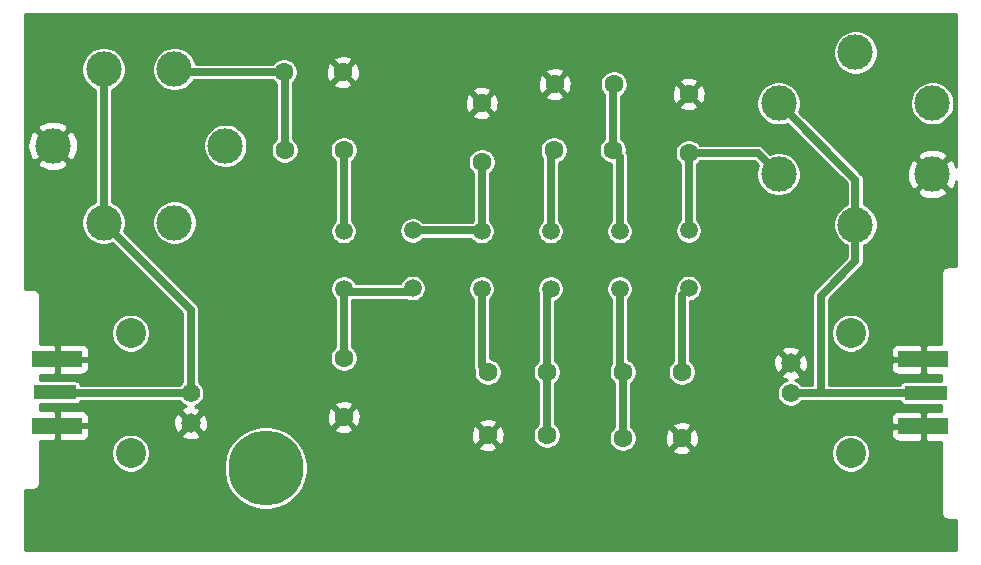
<source format=gtl>
G04 #@! TF.GenerationSoftware,KiCad,Pcbnew,(5.1.10)-1*
G04 #@! TF.CreationDate,2021-09-22T18:51:58-04:00*
G04 #@! TF.ProjectId,SSB6,53534236-2e6b-4696-9361-645f70636258,1*
G04 #@! TF.SameCoordinates,PX8c7ecc0PY46649b0*
G04 #@! TF.FileFunction,Copper,L1,Top*
G04 #@! TF.FilePolarity,Positive*
%FSLAX46Y46*%
G04 Gerber Fmt 4.6, Leading zero omitted, Abs format (unit mm)*
G04 Created by KiCad (PCBNEW (5.1.10)-1) date 2021-09-22 18:51:58*
%MOMM*%
%LPD*%
G01*
G04 APERTURE LIST*
G04 #@! TA.AperFunction,SMDPad,CuDef*
%ADD10R,3.600000X1.270000*%
G04 #@! TD*
G04 #@! TA.AperFunction,SMDPad,CuDef*
%ADD11R,4.200000X1.350000*%
G04 #@! TD*
G04 #@! TA.AperFunction,ComponentPad*
%ADD12C,6.350000*%
G04 #@! TD*
G04 #@! TA.AperFunction,ComponentPad*
%ADD13C,2.540000*%
G04 #@! TD*
G04 #@! TA.AperFunction,ComponentPad*
%ADD14C,1.651000*%
G04 #@! TD*
G04 #@! TA.AperFunction,ComponentPad*
%ADD15C,1.574800*%
G04 #@! TD*
G04 #@! TA.AperFunction,ComponentPad*
%ADD16C,1.600000*%
G04 #@! TD*
G04 #@! TA.AperFunction,ComponentPad*
%ADD17C,1.500000*%
G04 #@! TD*
G04 #@! TA.AperFunction,ComponentPad*
%ADD18C,3.000000*%
G04 #@! TD*
G04 #@! TA.AperFunction,ViaPad*
%ADD19C,0.889000*%
G04 #@! TD*
G04 #@! TA.AperFunction,ViaPad*
%ADD20C,1.397000*%
G04 #@! TD*
G04 #@! TA.AperFunction,ViaPad*
%ADD21C,1.676400*%
G04 #@! TD*
G04 #@! TA.AperFunction,Conductor*
%ADD22C,0.635000*%
G04 #@! TD*
G04 #@! TA.AperFunction,Conductor*
%ADD23C,0.254000*%
G04 #@! TD*
G04 #@! TA.AperFunction,Conductor*
%ADD24C,0.150000*%
G04 #@! TD*
G04 APERTURE END LIST*
D10*
X-111813000Y-4889200D03*
D11*
X-111613000Y-7714200D03*
X-111613000Y-2064200D03*
D10*
X-38083200Y-4914600D03*
D11*
X-38283200Y-2089600D03*
X-38283200Y-7739600D03*
D12*
X-93960000Y-11290000D03*
D13*
X-44430000Y-10020000D03*
X-44430000Y140000D03*
D14*
X-49510000Y-2400000D03*
D15*
X-49510000Y-4940000D03*
D16*
X-92436000Y22238000D03*
X-87436000Y22238000D03*
X-92356000Y15634000D03*
X-87356000Y15634000D03*
X-87356000Y-6972000D03*
X-87356000Y-1972000D03*
X-75672000Y14618000D03*
X-75672000Y19618000D03*
X-70164000Y-3162000D03*
X-75164000Y-3162000D03*
X-70164000Y-8496000D03*
X-75164000Y-8496000D03*
X-64576000Y15634000D03*
X-69576000Y15634000D03*
X-64496000Y21222000D03*
X-69496000Y21222000D03*
X-63734000Y-8750000D03*
X-58734000Y-8750000D03*
X-63734000Y-3162000D03*
X-58734000Y-3162000D03*
X-58146000Y20380000D03*
X-58146000Y15380000D03*
D17*
X-87356000Y8776000D03*
X-87356000Y3896000D03*
X-75672000Y8776000D03*
X-75672000Y3896000D03*
X-69830000Y3896000D03*
X-69830000Y8776000D03*
X-63988000Y8776000D03*
X-63988000Y3896000D03*
X-58146000Y8830000D03*
X-58146000Y3950000D03*
X-81514000Y3950000D03*
X-81514000Y8830000D03*
D18*
X-97376000Y15992000D03*
X-111976000Y15992000D03*
X-101676000Y9492000D03*
X-101676000Y22492000D03*
X-107676000Y9492000D03*
X-107676000Y22492000D03*
X-50526000Y13602000D03*
X-37526000Y13602000D03*
X-50526000Y19602000D03*
X-37526000Y19602000D03*
X-44026000Y9302000D03*
X-44026000Y23902000D03*
D15*
X-100310000Y-4940000D03*
D14*
X-100310000Y-7480000D03*
D13*
X-105390000Y-10020000D03*
X-105390000Y140000D03*
D19*
X-111613000Y25159000D03*
X-99040000Y25159000D03*
D20*
X-84308000Y25794000D03*
X-66274000Y25413000D03*
D19*
X-54463000Y25413000D03*
X-39604000Y25540000D03*
X-39604000Y-16116000D03*
D20*
X-54336000Y-1638000D03*
X-91928000Y6236000D03*
D21*
X-53320000Y6236000D03*
D19*
X-99040000Y-16624000D03*
X-111486000Y-16624000D03*
X-111613000Y5855000D03*
X-82276000Y14364000D03*
X-90912000Y25794000D03*
X-48494000Y24524000D03*
X-80498000Y-12052000D03*
X-106914000Y-16624000D03*
X-54336000Y-9258000D03*
D22*
X-87356000Y-1972000D02*
X-87356000Y3642000D01*
X-81822000Y3642000D02*
X-81514000Y3950000D01*
X-87356000Y3642000D02*
X-81822000Y3642000D01*
X-92356000Y22158000D02*
X-92436000Y22238000D01*
X-92356000Y15634000D02*
X-92356000Y22158000D01*
X-101422000Y22238000D02*
X-101676000Y22492000D01*
X-92436000Y22238000D02*
X-101422000Y22238000D01*
X-87356000Y15634000D02*
X-87356000Y8522000D01*
X-75726000Y8830000D02*
X-75672000Y8776000D01*
X-81514000Y8830000D02*
X-75726000Y8830000D01*
X-75672000Y14618000D02*
X-75672000Y8776000D01*
X-70164000Y3562000D02*
X-69830000Y3896000D01*
X-70164000Y-3162000D02*
X-70164000Y3562000D01*
X-70164000Y-3162000D02*
X-70164000Y-8496000D01*
X-75672000Y-2654000D02*
X-75164000Y-3162000D01*
X-75672000Y3896000D02*
X-75672000Y-2654000D01*
X-63988000Y15046000D02*
X-64576000Y15634000D01*
X-63988000Y8776000D02*
X-63988000Y15046000D01*
X-64576000Y21142000D02*
X-64496000Y21222000D01*
X-64576000Y15634000D02*
X-64576000Y21142000D01*
X-69830000Y15380000D02*
X-69576000Y15634000D01*
X-69830000Y8776000D02*
X-69830000Y15380000D01*
X-63988000Y-2908000D02*
X-63734000Y-3162000D01*
X-63988000Y3896000D02*
X-63988000Y-2908000D01*
X-63734000Y-3162000D02*
X-63734000Y-8750000D01*
X-58734000Y3362000D02*
X-58146000Y3950000D01*
X-58734000Y-3162000D02*
X-58734000Y3362000D01*
X-58146000Y8576000D02*
X-58146000Y15380000D01*
X-52304000Y15380000D02*
X-50526000Y13602000D01*
X-58146000Y15380000D02*
X-52304000Y15380000D01*
X-107676000Y22492000D02*
X-107676000Y9492000D01*
X-111105000Y-4940000D02*
X-100310000Y-4940000D01*
X-100310000Y2126000D02*
X-107676000Y9492000D01*
X-100310000Y-4940000D02*
X-100310000Y2126000D01*
X-38207000Y-4940000D02*
X-38080000Y-4813000D01*
X-44026000Y13102000D02*
X-50526000Y19602000D01*
X-44026000Y9302000D02*
X-44026000Y13102000D01*
X-44026000Y9302000D02*
X-44026000Y6259000D01*
X-46970000Y3315000D02*
X-46970000Y-4940000D01*
X-44026000Y6259000D02*
X-46970000Y3315000D01*
X-46970000Y-4940000D02*
X-49510000Y-4940000D01*
X-39350000Y-4940000D02*
X-46970000Y-4940000D01*
D23*
X-35480501Y14215657D02*
X-35560757Y14462383D01*
X-35718786Y14758038D01*
X-36034347Y14914048D01*
X-37346395Y13602000D01*
X-36034347Y12289952D01*
X-35718786Y12445962D01*
X-35527980Y12820745D01*
X-35479957Y12991236D01*
X-35476754Y5791500D01*
X-36146926Y5791500D01*
X-36175000Y5794265D01*
X-36203074Y5791500D01*
X-36287034Y5783231D01*
X-36394762Y5750552D01*
X-36494045Y5697484D01*
X-36581067Y5626067D01*
X-36652484Y5539045D01*
X-36705552Y5439762D01*
X-36738231Y5332034D01*
X-36749265Y5220000D01*
X-36746500Y5191925D01*
X-36746500Y-777482D01*
X-37997450Y-779600D01*
X-38156200Y-938350D01*
X-38156200Y-1962600D01*
X-38136200Y-1962600D01*
X-38136200Y-2216600D01*
X-38156200Y-2216600D01*
X-38156200Y-3240850D01*
X-37997450Y-3399600D01*
X-36746500Y-3401718D01*
X-36746500Y-3896757D01*
X-39883200Y-3896757D01*
X-39957889Y-3904113D01*
X-40029708Y-3925899D01*
X-40095896Y-3961278D01*
X-40153911Y-4008889D01*
X-40201522Y-4066904D01*
X-40236901Y-4133092D01*
X-40258687Y-4204911D01*
X-40262291Y-4241500D01*
X-46271500Y-4241500D01*
X-46271500Y-2764600D01*
X-41021272Y-2764600D01*
X-41009012Y-2889082D01*
X-40972702Y-3008780D01*
X-40913737Y-3119094D01*
X-40834385Y-3215785D01*
X-40737694Y-3295137D01*
X-40627380Y-3354102D01*
X-40507682Y-3390412D01*
X-40383200Y-3402672D01*
X-38568950Y-3399600D01*
X-38410200Y-3240850D01*
X-38410200Y-2216600D01*
X-40859450Y-2216600D01*
X-41018200Y-2375350D01*
X-41021272Y-2764600D01*
X-46271500Y-2764600D01*
X-46271500Y302609D01*
X-46081000Y302609D01*
X-46081000Y-22609D01*
X-46017553Y-341579D01*
X-45893097Y-642042D01*
X-45712415Y-912451D01*
X-45482451Y-1142415D01*
X-45212042Y-1323097D01*
X-44911579Y-1447553D01*
X-44592609Y-1511000D01*
X-44267391Y-1511000D01*
X-43948421Y-1447553D01*
X-43868866Y-1414600D01*
X-41021272Y-1414600D01*
X-41018200Y-1803850D01*
X-40859450Y-1962600D01*
X-38410200Y-1962600D01*
X-38410200Y-938350D01*
X-38568950Y-779600D01*
X-40383200Y-776528D01*
X-40507682Y-788788D01*
X-40627380Y-825098D01*
X-40737694Y-884063D01*
X-40834385Y-963415D01*
X-40913737Y-1060106D01*
X-40972702Y-1170420D01*
X-41009012Y-1290118D01*
X-41021272Y-1414600D01*
X-43868866Y-1414600D01*
X-43647958Y-1323097D01*
X-43377549Y-1142415D01*
X-43147585Y-912451D01*
X-42966903Y-642042D01*
X-42842447Y-341579D01*
X-42779000Y-22609D01*
X-42779000Y302609D01*
X-42842447Y621579D01*
X-42966903Y922042D01*
X-43147585Y1192451D01*
X-43377549Y1422415D01*
X-43647958Y1603097D01*
X-43948421Y1727553D01*
X-44267391Y1791000D01*
X-44592609Y1791000D01*
X-44911579Y1727553D01*
X-45212042Y1603097D01*
X-45482451Y1422415D01*
X-45712415Y1192451D01*
X-45893097Y922042D01*
X-46017553Y621579D01*
X-46081000Y302609D01*
X-46271500Y302609D01*
X-46271500Y3025673D01*
X-43556343Y5740829D01*
X-43529697Y5762697D01*
X-43507829Y5789343D01*
X-43507826Y5789346D01*
X-43442409Y5869056D01*
X-43377549Y5990402D01*
X-43377548Y5990403D01*
X-43337607Y6122070D01*
X-43327500Y6224691D01*
X-43327500Y6224702D01*
X-43324122Y6259000D01*
X-43327500Y6293298D01*
X-43327500Y7555349D01*
X-43135013Y7635080D01*
X-42826933Y7840932D01*
X-42564932Y8102933D01*
X-42359080Y8411013D01*
X-42217286Y8753333D01*
X-42145000Y9116738D01*
X-42145000Y9487262D01*
X-42217286Y9850667D01*
X-42359080Y10192987D01*
X-42564932Y10501067D01*
X-42826933Y10763068D01*
X-43135013Y10968920D01*
X-43327500Y11048651D01*
X-43327500Y12110347D01*
X-38838048Y12110347D01*
X-38682038Y11794786D01*
X-38307255Y11603980D01*
X-37902449Y11489956D01*
X-37483176Y11457098D01*
X-37065549Y11506666D01*
X-36665617Y11636757D01*
X-36369962Y11794786D01*
X-36213952Y12110347D01*
X-37526000Y13422395D01*
X-38838048Y12110347D01*
X-43327500Y12110347D01*
X-43327500Y13067703D01*
X-43324122Y13102001D01*
X-43327500Y13136299D01*
X-43327500Y13136309D01*
X-43337607Y13238930D01*
X-43377548Y13370597D01*
X-43402211Y13416738D01*
X-43442409Y13491944D01*
X-43497584Y13559176D01*
X-39670902Y13559176D01*
X-39621334Y13141549D01*
X-39491243Y12741617D01*
X-39333214Y12445962D01*
X-39017653Y12289952D01*
X-37705605Y13602000D01*
X-39017653Y14914048D01*
X-39333214Y14758038D01*
X-39524020Y14383255D01*
X-39638044Y13978449D01*
X-39670902Y13559176D01*
X-43497584Y13559176D01*
X-43507826Y13571655D01*
X-43507834Y13571663D01*
X-43529697Y13598303D01*
X-43556337Y13620166D01*
X-45029824Y15093653D01*
X-38838048Y15093653D01*
X-37526000Y13781605D01*
X-36213952Y15093653D01*
X-36369962Y15409214D01*
X-36744745Y15600020D01*
X-37149551Y15714044D01*
X-37568824Y15746902D01*
X-37986451Y15697334D01*
X-38386383Y15567243D01*
X-38682038Y15409214D01*
X-38838048Y15093653D01*
X-45029824Y15093653D01*
X-48797017Y18860845D01*
X-48717286Y19053333D01*
X-48645000Y19416738D01*
X-48645000Y19787262D01*
X-39407000Y19787262D01*
X-39407000Y19416738D01*
X-39334714Y19053333D01*
X-39192920Y18711013D01*
X-38987068Y18402933D01*
X-38725067Y18140932D01*
X-38416987Y17935080D01*
X-38074667Y17793286D01*
X-37711262Y17721000D01*
X-37340738Y17721000D01*
X-36977333Y17793286D01*
X-36635013Y17935080D01*
X-36326933Y18140932D01*
X-36064932Y18402933D01*
X-35859080Y18711013D01*
X-35717286Y19053333D01*
X-35645000Y19416738D01*
X-35645000Y19787262D01*
X-35717286Y20150667D01*
X-35859080Y20492987D01*
X-36064932Y20801067D01*
X-36326933Y21063068D01*
X-36635013Y21268920D01*
X-36977333Y21410714D01*
X-37340738Y21483000D01*
X-37711262Y21483000D01*
X-38074667Y21410714D01*
X-38416987Y21268920D01*
X-38725067Y21063068D01*
X-38987068Y20801067D01*
X-39192920Y20492987D01*
X-39334714Y20150667D01*
X-39407000Y19787262D01*
X-48645000Y19787262D01*
X-48717286Y20150667D01*
X-48859080Y20492987D01*
X-49064932Y20801067D01*
X-49326933Y21063068D01*
X-49635013Y21268920D01*
X-49977333Y21410714D01*
X-50340738Y21483000D01*
X-50711262Y21483000D01*
X-51074667Y21410714D01*
X-51416987Y21268920D01*
X-51725067Y21063068D01*
X-51987068Y20801067D01*
X-52192920Y20492987D01*
X-52334714Y20150667D01*
X-52407000Y19787262D01*
X-52407000Y19416738D01*
X-52334714Y19053333D01*
X-52192920Y18711013D01*
X-51987068Y18402933D01*
X-51725067Y18140932D01*
X-51416987Y17935080D01*
X-51074667Y17793286D01*
X-50711262Y17721000D01*
X-50340738Y17721000D01*
X-49977333Y17793286D01*
X-49784845Y17873017D01*
X-44724499Y12812670D01*
X-44724500Y11048651D01*
X-44916987Y10968920D01*
X-45225067Y10763068D01*
X-45487068Y10501067D01*
X-45692920Y10192987D01*
X-45834714Y9850667D01*
X-45907000Y9487262D01*
X-45907000Y9116738D01*
X-45834714Y8753333D01*
X-45692920Y8411013D01*
X-45487068Y8102933D01*
X-45225067Y7840932D01*
X-44916987Y7635080D01*
X-44724499Y7555349D01*
X-44724499Y6548329D01*
X-47439656Y3833171D01*
X-47466303Y3811302D01*
X-47488171Y3784656D01*
X-47488174Y3784653D01*
X-47553591Y3704943D01*
X-47595038Y3627401D01*
X-47618452Y3583596D01*
X-47658393Y3451929D01*
X-47668500Y3349308D01*
X-47668500Y3349298D01*
X-47671878Y3315000D01*
X-47668500Y3280702D01*
X-47668499Y-4241500D01*
X-48571501Y-4241500D01*
X-48602445Y-4195189D01*
X-48765189Y-4032445D01*
X-48956555Y-3904578D01*
X-49153034Y-3823193D01*
X-48884804Y-3727737D01*
X-48753367Y-3657481D01*
X-48678696Y-3410909D01*
X-49510000Y-2579605D01*
X-50341304Y-3410909D01*
X-50266633Y-3657481D01*
X-50006772Y-3780931D01*
X-49856482Y-3818850D01*
X-50063445Y-3904578D01*
X-50254811Y-4032445D01*
X-50417555Y-4195189D01*
X-50545422Y-4386555D01*
X-50633499Y-4599190D01*
X-50678400Y-4824923D01*
X-50678400Y-5055077D01*
X-50633499Y-5280810D01*
X-50545422Y-5493445D01*
X-50417555Y-5684811D01*
X-50254811Y-5847555D01*
X-50063445Y-5975422D01*
X-49850810Y-6063499D01*
X-49625077Y-6108400D01*
X-49394923Y-6108400D01*
X-49169190Y-6063499D01*
X-48956555Y-5975422D01*
X-48765189Y-5847555D01*
X-48602445Y-5684811D01*
X-48571501Y-5638500D01*
X-47004308Y-5638500D01*
X-46970000Y-5641879D01*
X-46935691Y-5638500D01*
X-40254376Y-5638500D01*
X-40236901Y-5696108D01*
X-40201522Y-5762296D01*
X-40153911Y-5820311D01*
X-40095896Y-5867922D01*
X-40029708Y-5903301D01*
X-39957889Y-5925087D01*
X-39883200Y-5932443D01*
X-36746499Y-5932443D01*
X-36746499Y-6427482D01*
X-37997450Y-6429600D01*
X-38156200Y-6588350D01*
X-38156200Y-7612600D01*
X-38136200Y-7612600D01*
X-38136200Y-7866600D01*
X-38156200Y-7866600D01*
X-38156200Y-8890850D01*
X-37997450Y-9049600D01*
X-36746499Y-9051718D01*
X-36746499Y-15071915D01*
X-36749265Y-15100000D01*
X-36738231Y-15212034D01*
X-36705552Y-15319762D01*
X-36652484Y-15419045D01*
X-36581067Y-15506067D01*
X-36494045Y-15577484D01*
X-36394762Y-15630552D01*
X-36287034Y-15663231D01*
X-36203074Y-15671500D01*
X-36175000Y-15674265D01*
X-36146926Y-15671500D01*
X-35478046Y-15671500D01*
X-35484957Y-18229372D01*
X-114343500Y-18211629D01*
X-114343500Y-13131500D01*
X-113673074Y-13131500D01*
X-113645000Y-13134265D01*
X-113616926Y-13131500D01*
X-113532966Y-13123231D01*
X-113425238Y-13090552D01*
X-113325955Y-13037484D01*
X-113238933Y-12966067D01*
X-113167516Y-12879045D01*
X-113114448Y-12779762D01*
X-113081769Y-12672034D01*
X-113070735Y-12560000D01*
X-113073500Y-12531926D01*
X-113073500Y-9857391D01*
X-107041000Y-9857391D01*
X-107041000Y-10182609D01*
X-106977553Y-10501579D01*
X-106853097Y-10802042D01*
X-106672415Y-11072451D01*
X-106442451Y-11302415D01*
X-106172042Y-11483097D01*
X-105871579Y-11607553D01*
X-105552609Y-11671000D01*
X-105227391Y-11671000D01*
X-104908421Y-11607553D01*
X-104607958Y-11483097D01*
X-104337549Y-11302415D01*
X-104107585Y-11072451D01*
X-104018927Y-10939765D01*
X-97516000Y-10939765D01*
X-97516000Y-11640235D01*
X-97379345Y-12327247D01*
X-97111286Y-12974398D01*
X-96722126Y-13556818D01*
X-96226818Y-14052126D01*
X-95644398Y-14441286D01*
X-94997247Y-14709345D01*
X-94310235Y-14846000D01*
X-93609765Y-14846000D01*
X-92922753Y-14709345D01*
X-92275602Y-14441286D01*
X-91693182Y-14052126D01*
X-91197874Y-13556818D01*
X-90808714Y-12974398D01*
X-90540655Y-12327247D01*
X-90404000Y-11640235D01*
X-90404000Y-10939765D01*
X-90540655Y-10252753D01*
X-90808714Y-9605602D01*
X-90886823Y-9488702D01*
X-75977097Y-9488702D01*
X-75905514Y-9732671D01*
X-75650004Y-9853571D01*
X-75375816Y-9922300D01*
X-75093488Y-9936217D01*
X-74813870Y-9894787D01*
X-74547708Y-9799603D01*
X-74422486Y-9732671D01*
X-74350903Y-9488702D01*
X-75164000Y-8675605D01*
X-75977097Y-9488702D01*
X-90886823Y-9488702D01*
X-91197874Y-9023182D01*
X-91654544Y-8566512D01*
X-76604217Y-8566512D01*
X-76562787Y-8846130D01*
X-76467603Y-9112292D01*
X-76400671Y-9237514D01*
X-76156702Y-9309097D01*
X-75343605Y-8496000D01*
X-74984395Y-8496000D01*
X-74171298Y-9309097D01*
X-73927329Y-9237514D01*
X-73806429Y-8982004D01*
X-73737700Y-8707816D01*
X-73723783Y-8425488D01*
X-73765213Y-8145870D01*
X-73860397Y-7879708D01*
X-73927329Y-7754486D01*
X-74171298Y-7682903D01*
X-74984395Y-8496000D01*
X-75343605Y-8496000D01*
X-76156702Y-7682903D01*
X-76400671Y-7754486D01*
X-76521571Y-8009996D01*
X-76590300Y-8284184D01*
X-76604217Y-8566512D01*
X-91654544Y-8566512D01*
X-91693182Y-8527874D01*
X-92275602Y-8138714D01*
X-92695703Y-7964702D01*
X-88169097Y-7964702D01*
X-88097514Y-8208671D01*
X-87842004Y-8329571D01*
X-87567816Y-8398300D01*
X-87285488Y-8412217D01*
X-87005870Y-8370787D01*
X-86739708Y-8275603D01*
X-86614486Y-8208671D01*
X-86542903Y-7964702D01*
X-87356000Y-7151605D01*
X-88169097Y-7964702D01*
X-92695703Y-7964702D01*
X-92922753Y-7870655D01*
X-93609765Y-7734000D01*
X-94310235Y-7734000D01*
X-94997247Y-7870655D01*
X-95644398Y-8138714D01*
X-96226818Y-8527874D01*
X-96722126Y-9023182D01*
X-97111286Y-9605602D01*
X-97379345Y-10252753D01*
X-97516000Y-10939765D01*
X-104018927Y-10939765D01*
X-103926903Y-10802042D01*
X-103802447Y-10501579D01*
X-103739000Y-10182609D01*
X-103739000Y-9857391D01*
X-103802447Y-9538421D01*
X-103926903Y-9237958D01*
X-104107585Y-8967549D01*
X-104337549Y-8737585D01*
X-104607958Y-8556903D01*
X-104767281Y-8490909D01*
X-101141304Y-8490909D01*
X-101066633Y-8737481D01*
X-100806772Y-8860931D01*
X-100527820Y-8931313D01*
X-100240498Y-8945921D01*
X-99955846Y-8904194D01*
X-99684804Y-8807737D01*
X-99553367Y-8737481D01*
X-99478696Y-8490909D01*
X-100310000Y-7659605D01*
X-101141304Y-8490909D01*
X-104767281Y-8490909D01*
X-104908421Y-8432447D01*
X-105227391Y-8369000D01*
X-105552609Y-8369000D01*
X-105871579Y-8432447D01*
X-106172042Y-8556903D01*
X-106442451Y-8737585D01*
X-106672415Y-8967549D01*
X-106853097Y-9237958D01*
X-106977553Y-9538421D01*
X-107041000Y-9857391D01*
X-113073500Y-9857391D01*
X-113073500Y-9026189D01*
X-111898750Y-9024200D01*
X-111740000Y-8865450D01*
X-111740000Y-7841200D01*
X-111486000Y-7841200D01*
X-111486000Y-8865450D01*
X-111327250Y-9024200D01*
X-109513000Y-9027272D01*
X-109388518Y-9015012D01*
X-109268820Y-8978702D01*
X-109158506Y-8919737D01*
X-109061815Y-8840385D01*
X-108982463Y-8743694D01*
X-108923498Y-8633380D01*
X-108887188Y-8513682D01*
X-108874928Y-8389200D01*
X-108878000Y-7999950D01*
X-109036750Y-7841200D01*
X-111486000Y-7841200D01*
X-111740000Y-7841200D01*
X-111760000Y-7841200D01*
X-111760000Y-7587200D01*
X-111740000Y-7587200D01*
X-111740000Y-6562950D01*
X-111486000Y-6562950D01*
X-111486000Y-7587200D01*
X-109036750Y-7587200D01*
X-108999052Y-7549502D01*
X-101775921Y-7549502D01*
X-101734194Y-7834154D01*
X-101637737Y-8105196D01*
X-101567481Y-8236633D01*
X-101320909Y-8311304D01*
X-100489605Y-7480000D01*
X-100130395Y-7480000D01*
X-99299091Y-8311304D01*
X-99052519Y-8236633D01*
X-98929069Y-7976772D01*
X-98858687Y-7697820D01*
X-98844079Y-7410498D01*
X-98885806Y-7125846D01*
X-98915462Y-7042512D01*
X-88796217Y-7042512D01*
X-88754787Y-7322130D01*
X-88659603Y-7588292D01*
X-88592671Y-7713514D01*
X-88348702Y-7785097D01*
X-87535605Y-6972000D01*
X-87176395Y-6972000D01*
X-86363298Y-7785097D01*
X-86119329Y-7713514D01*
X-86019861Y-7503298D01*
X-75977097Y-7503298D01*
X-75164000Y-8316395D01*
X-74350903Y-7503298D01*
X-74422486Y-7259329D01*
X-74677996Y-7138429D01*
X-74952184Y-7069700D01*
X-75234512Y-7055783D01*
X-75514130Y-7097213D01*
X-75780292Y-7192397D01*
X-75905514Y-7259329D01*
X-75977097Y-7503298D01*
X-86019861Y-7503298D01*
X-85998429Y-7458004D01*
X-85929700Y-7183816D01*
X-85915783Y-6901488D01*
X-85957213Y-6621870D01*
X-86052397Y-6355708D01*
X-86119329Y-6230486D01*
X-86363298Y-6158903D01*
X-87176395Y-6972000D01*
X-87535605Y-6972000D01*
X-88348702Y-6158903D01*
X-88592671Y-6230486D01*
X-88713571Y-6485996D01*
X-88782300Y-6760184D01*
X-88796217Y-7042512D01*
X-98915462Y-7042512D01*
X-98982263Y-6854804D01*
X-99052519Y-6723367D01*
X-99299091Y-6648696D01*
X-100130395Y-7480000D01*
X-100489605Y-7480000D01*
X-101320909Y-6648696D01*
X-101567481Y-6723367D01*
X-101690931Y-6983228D01*
X-101761313Y-7262180D01*
X-101775921Y-7549502D01*
X-108999052Y-7549502D01*
X-108878000Y-7428450D01*
X-108874928Y-7039200D01*
X-108887188Y-6914718D01*
X-108923498Y-6795020D01*
X-108982463Y-6684706D01*
X-109061815Y-6588015D01*
X-109158506Y-6508663D01*
X-109268820Y-6449698D01*
X-109388518Y-6413388D01*
X-109513000Y-6401128D01*
X-111327250Y-6404200D01*
X-111486000Y-6562950D01*
X-111740000Y-6562950D01*
X-111898750Y-6404200D01*
X-113073500Y-6402211D01*
X-113073500Y-5907043D01*
X-110013000Y-5907043D01*
X-109938311Y-5899687D01*
X-109866492Y-5877901D01*
X-109800304Y-5842522D01*
X-109742289Y-5794911D01*
X-109694678Y-5736896D01*
X-109659299Y-5670708D01*
X-109649529Y-5638500D01*
X-101248499Y-5638500D01*
X-101217555Y-5684811D01*
X-101054811Y-5847555D01*
X-100863445Y-5975422D01*
X-100666966Y-6056807D01*
X-100935196Y-6152263D01*
X-101066633Y-6222519D01*
X-101141304Y-6469091D01*
X-100310000Y-7300395D01*
X-99478696Y-6469091D01*
X-99553367Y-6222519D01*
X-99813228Y-6099069D01*
X-99963518Y-6061150D01*
X-99765913Y-5979298D01*
X-88169097Y-5979298D01*
X-87356000Y-6792395D01*
X-86542903Y-5979298D01*
X-86614486Y-5735329D01*
X-86869996Y-5614429D01*
X-87144184Y-5545700D01*
X-87426512Y-5531783D01*
X-87706130Y-5573213D01*
X-87972292Y-5668397D01*
X-88097514Y-5735329D01*
X-88169097Y-5979298D01*
X-99765913Y-5979298D01*
X-99756555Y-5975422D01*
X-99565189Y-5847555D01*
X-99402445Y-5684811D01*
X-99274578Y-5493445D01*
X-99186501Y-5280810D01*
X-99141600Y-5055077D01*
X-99141600Y-4824923D01*
X-99186501Y-4599190D01*
X-99274578Y-4386555D01*
X-99402445Y-4195189D01*
X-99565189Y-4032445D01*
X-99611500Y-4001501D01*
X-99611500Y-1855682D01*
X-88537000Y-1855682D01*
X-88537000Y-2088318D01*
X-88491614Y-2316485D01*
X-88402588Y-2531413D01*
X-88273342Y-2724843D01*
X-88108843Y-2889342D01*
X-87915413Y-3018588D01*
X-87700485Y-3107614D01*
X-87472318Y-3153000D01*
X-87239682Y-3153000D01*
X-87011515Y-3107614D01*
X-86796587Y-3018588D01*
X-86603157Y-2889342D01*
X-86438658Y-2724843D01*
X-86309412Y-2531413D01*
X-86220386Y-2316485D01*
X-86175000Y-2088318D01*
X-86175000Y-1855682D01*
X-86220386Y-1627515D01*
X-86309412Y-1412587D01*
X-86438658Y-1219157D01*
X-86603157Y-1054658D01*
X-86657500Y-1018347D01*
X-86657500Y2943500D01*
X-82039539Y2943500D01*
X-81843900Y2862464D01*
X-81625394Y2819000D01*
X-81402606Y2819000D01*
X-81184100Y2862464D01*
X-80978271Y2947721D01*
X-80793030Y3071495D01*
X-80635495Y3229030D01*
X-80511721Y3414271D01*
X-80426464Y3620100D01*
X-80383000Y3838606D01*
X-80383000Y4007394D01*
X-76803000Y4007394D01*
X-76803000Y3784606D01*
X-76759536Y3566100D01*
X-76674279Y3360271D01*
X-76550505Y3175030D01*
X-76392970Y3017495D01*
X-76370500Y3002481D01*
X-76370499Y-2619692D01*
X-76373878Y-2654000D01*
X-76360392Y-2790929D01*
X-76320491Y-2922467D01*
X-76345000Y-3045682D01*
X-76345000Y-3278318D01*
X-76299614Y-3506485D01*
X-76210588Y-3721413D01*
X-76081342Y-3914843D01*
X-75916843Y-4079342D01*
X-75723413Y-4208588D01*
X-75508485Y-4297614D01*
X-75280318Y-4343000D01*
X-75047682Y-4343000D01*
X-74819515Y-4297614D01*
X-74604587Y-4208588D01*
X-74411157Y-4079342D01*
X-74246658Y-3914843D01*
X-74117412Y-3721413D01*
X-74028386Y-3506485D01*
X-73983000Y-3278318D01*
X-73983000Y-3045682D01*
X-71345000Y-3045682D01*
X-71345000Y-3278318D01*
X-71299614Y-3506485D01*
X-71210588Y-3721413D01*
X-71081342Y-3914843D01*
X-70916843Y-4079342D01*
X-70862500Y-4115653D01*
X-70862499Y-7542347D01*
X-70916843Y-7578658D01*
X-71081342Y-7743157D01*
X-71210588Y-7936587D01*
X-71299614Y-8151515D01*
X-71345000Y-8379682D01*
X-71345000Y-8612318D01*
X-71299614Y-8840485D01*
X-71210588Y-9055413D01*
X-71081342Y-9248843D01*
X-70916843Y-9413342D01*
X-70723413Y-9542588D01*
X-70508485Y-9631614D01*
X-70280318Y-9677000D01*
X-70047682Y-9677000D01*
X-69819515Y-9631614D01*
X-69604587Y-9542588D01*
X-69411157Y-9413342D01*
X-69246658Y-9248843D01*
X-69117412Y-9055413D01*
X-69028386Y-8840485D01*
X-68983000Y-8612318D01*
X-68983000Y-8379682D01*
X-69028386Y-8151515D01*
X-69117412Y-7936587D01*
X-69246658Y-7743157D01*
X-69411157Y-7578658D01*
X-69465500Y-7542347D01*
X-69465500Y-4115653D01*
X-69411157Y-4079342D01*
X-69246658Y-3914843D01*
X-69117412Y-3721413D01*
X-69028386Y-3506485D01*
X-68983000Y-3278318D01*
X-68983000Y-3045682D01*
X-69028386Y-2817515D01*
X-69117412Y-2602587D01*
X-69246658Y-2409157D01*
X-69411157Y-2244658D01*
X-69465500Y-2208347D01*
X-69465500Y2822796D01*
X-69294271Y2893721D01*
X-69109030Y3017495D01*
X-68951495Y3175030D01*
X-68827721Y3360271D01*
X-68742464Y3566100D01*
X-68699000Y3784606D01*
X-68699000Y4007394D01*
X-65119000Y4007394D01*
X-65119000Y3784606D01*
X-65075536Y3566100D01*
X-64990279Y3360271D01*
X-64866505Y3175030D01*
X-64708970Y3017495D01*
X-64686500Y3002481D01*
X-64686499Y-2461773D01*
X-64780588Y-2602587D01*
X-64869614Y-2817515D01*
X-64915000Y-3045682D01*
X-64915000Y-3278318D01*
X-64869614Y-3506485D01*
X-64780588Y-3721413D01*
X-64651342Y-3914843D01*
X-64486843Y-4079342D01*
X-64432500Y-4115653D01*
X-64432499Y-7796347D01*
X-64486843Y-7832658D01*
X-64651342Y-7997157D01*
X-64780588Y-8190587D01*
X-64869614Y-8405515D01*
X-64915000Y-8633682D01*
X-64915000Y-8866318D01*
X-64869614Y-9094485D01*
X-64780588Y-9309413D01*
X-64651342Y-9502843D01*
X-64486843Y-9667342D01*
X-64293413Y-9796588D01*
X-64078485Y-9885614D01*
X-63850318Y-9931000D01*
X-63617682Y-9931000D01*
X-63389515Y-9885614D01*
X-63174587Y-9796588D01*
X-63093942Y-9742702D01*
X-59547097Y-9742702D01*
X-59475514Y-9986671D01*
X-59220004Y-10107571D01*
X-58945816Y-10176300D01*
X-58663488Y-10190217D01*
X-58383870Y-10148787D01*
X-58117708Y-10053603D01*
X-57992486Y-9986671D01*
X-57954554Y-9857391D01*
X-46081000Y-9857391D01*
X-46081000Y-10182609D01*
X-46017553Y-10501579D01*
X-45893097Y-10802042D01*
X-45712415Y-11072451D01*
X-45482451Y-11302415D01*
X-45212042Y-11483097D01*
X-44911579Y-11607553D01*
X-44592609Y-11671000D01*
X-44267391Y-11671000D01*
X-43948421Y-11607553D01*
X-43647958Y-11483097D01*
X-43377549Y-11302415D01*
X-43147585Y-11072451D01*
X-42966903Y-10802042D01*
X-42842447Y-10501579D01*
X-42779000Y-10182609D01*
X-42779000Y-9857391D01*
X-42842447Y-9538421D01*
X-42966903Y-9237958D01*
X-43147585Y-8967549D01*
X-43377549Y-8737585D01*
X-43647958Y-8556903D01*
X-43948421Y-8432447D01*
X-44038144Y-8414600D01*
X-41021272Y-8414600D01*
X-41009012Y-8539082D01*
X-40972702Y-8658780D01*
X-40913737Y-8769094D01*
X-40834385Y-8865785D01*
X-40737694Y-8945137D01*
X-40627380Y-9004102D01*
X-40507682Y-9040412D01*
X-40383200Y-9052672D01*
X-38568950Y-9049600D01*
X-38410200Y-8890850D01*
X-38410200Y-7866600D01*
X-40859450Y-7866600D01*
X-41018200Y-8025350D01*
X-41021272Y-8414600D01*
X-44038144Y-8414600D01*
X-44267391Y-8369000D01*
X-44592609Y-8369000D01*
X-44911579Y-8432447D01*
X-45212042Y-8556903D01*
X-45482451Y-8737585D01*
X-45712415Y-8967549D01*
X-45893097Y-9237958D01*
X-46017553Y-9538421D01*
X-46081000Y-9857391D01*
X-57954554Y-9857391D01*
X-57920903Y-9742702D01*
X-58734000Y-8929605D01*
X-59547097Y-9742702D01*
X-63093942Y-9742702D01*
X-62981157Y-9667342D01*
X-62816658Y-9502843D01*
X-62687412Y-9309413D01*
X-62598386Y-9094485D01*
X-62553000Y-8866318D01*
X-62553000Y-8820512D01*
X-60174217Y-8820512D01*
X-60132787Y-9100130D01*
X-60037603Y-9366292D01*
X-59970671Y-9491514D01*
X-59726702Y-9563097D01*
X-58913605Y-8750000D01*
X-58554395Y-8750000D01*
X-57741298Y-9563097D01*
X-57497329Y-9491514D01*
X-57376429Y-9236004D01*
X-57307700Y-8961816D01*
X-57293783Y-8679488D01*
X-57335213Y-8399870D01*
X-57430397Y-8133708D01*
X-57497329Y-8008486D01*
X-57741298Y-7936903D01*
X-58554395Y-8750000D01*
X-58913605Y-8750000D01*
X-59726702Y-7936903D01*
X-59970671Y-8008486D01*
X-60091571Y-8263996D01*
X-60160300Y-8538184D01*
X-60174217Y-8820512D01*
X-62553000Y-8820512D01*
X-62553000Y-8633682D01*
X-62598386Y-8405515D01*
X-62687412Y-8190587D01*
X-62816658Y-7997157D01*
X-62981157Y-7832658D01*
X-63035500Y-7796347D01*
X-63035500Y-7757298D01*
X-59547097Y-7757298D01*
X-58734000Y-8570395D01*
X-57920903Y-7757298D01*
X-57992486Y-7513329D01*
X-58247996Y-7392429D01*
X-58522184Y-7323700D01*
X-58804512Y-7309783D01*
X-59084130Y-7351213D01*
X-59350292Y-7446397D01*
X-59475514Y-7513329D01*
X-59547097Y-7757298D01*
X-63035500Y-7757298D01*
X-63035500Y-7064600D01*
X-41021272Y-7064600D01*
X-41018200Y-7453850D01*
X-40859450Y-7612600D01*
X-38410200Y-7612600D01*
X-38410200Y-6588350D01*
X-38568950Y-6429600D01*
X-40383200Y-6426528D01*
X-40507682Y-6438788D01*
X-40627380Y-6475098D01*
X-40737694Y-6534063D01*
X-40834385Y-6613415D01*
X-40913737Y-6710106D01*
X-40972702Y-6820420D01*
X-41009012Y-6940118D01*
X-41021272Y-7064600D01*
X-63035500Y-7064600D01*
X-63035500Y-4115653D01*
X-62981157Y-4079342D01*
X-62816658Y-3914843D01*
X-62687412Y-3721413D01*
X-62598386Y-3506485D01*
X-62553000Y-3278318D01*
X-62553000Y-3045682D01*
X-59915000Y-3045682D01*
X-59915000Y-3278318D01*
X-59869614Y-3506485D01*
X-59780588Y-3721413D01*
X-59651342Y-3914843D01*
X-59486843Y-4079342D01*
X-59293413Y-4208588D01*
X-59078485Y-4297614D01*
X-58850318Y-4343000D01*
X-58617682Y-4343000D01*
X-58389515Y-4297614D01*
X-58174587Y-4208588D01*
X-57981157Y-4079342D01*
X-57816658Y-3914843D01*
X-57687412Y-3721413D01*
X-57598386Y-3506485D01*
X-57553000Y-3278318D01*
X-57553000Y-3045682D01*
X-57598386Y-2817515D01*
X-57687412Y-2602587D01*
X-57776336Y-2469502D01*
X-50975921Y-2469502D01*
X-50934194Y-2754154D01*
X-50837737Y-3025196D01*
X-50767481Y-3156633D01*
X-50520909Y-3231304D01*
X-49689605Y-2400000D01*
X-49330395Y-2400000D01*
X-48499091Y-3231304D01*
X-48252519Y-3156633D01*
X-48129069Y-2896772D01*
X-48058687Y-2617820D01*
X-48044079Y-2330498D01*
X-48085806Y-2045846D01*
X-48182263Y-1774804D01*
X-48252519Y-1643367D01*
X-48499091Y-1568696D01*
X-49330395Y-2400000D01*
X-49689605Y-2400000D01*
X-50520909Y-1568696D01*
X-50767481Y-1643367D01*
X-50890931Y-1903228D01*
X-50961313Y-2182180D01*
X-50975921Y-2469502D01*
X-57776336Y-2469502D01*
X-57816658Y-2409157D01*
X-57981157Y-2244658D01*
X-58035500Y-2208347D01*
X-58035500Y-1389091D01*
X-50341304Y-1389091D01*
X-49510000Y-2220395D01*
X-48678696Y-1389091D01*
X-48753367Y-1142519D01*
X-49013228Y-1019069D01*
X-49292180Y-948687D01*
X-49579502Y-934079D01*
X-49864154Y-975806D01*
X-50135196Y-1072263D01*
X-50266633Y-1142519D01*
X-50341304Y-1389091D01*
X-58035500Y-1389091D01*
X-58035500Y2819000D01*
X-58034606Y2819000D01*
X-57816100Y2862464D01*
X-57610271Y2947721D01*
X-57425030Y3071495D01*
X-57267495Y3229030D01*
X-57143721Y3414271D01*
X-57058464Y3620100D01*
X-57015000Y3838606D01*
X-57015000Y4061394D01*
X-57058464Y4279900D01*
X-57143721Y4485729D01*
X-57267495Y4670970D01*
X-57425030Y4828505D01*
X-57610271Y4952279D01*
X-57816100Y5037536D01*
X-58034606Y5081000D01*
X-58257394Y5081000D01*
X-58475900Y5037536D01*
X-58681729Y4952279D01*
X-58866970Y4828505D01*
X-59024505Y4670970D01*
X-59148279Y4485729D01*
X-59233536Y4279900D01*
X-59277000Y4061394D01*
X-59277000Y3838606D01*
X-59271043Y3808661D01*
X-59317591Y3751943D01*
X-59382451Y3630598D01*
X-59422392Y3498929D01*
X-59435878Y3362000D01*
X-59432499Y3327692D01*
X-59432500Y-2208347D01*
X-59486843Y-2244658D01*
X-59651342Y-2409157D01*
X-59780588Y-2602587D01*
X-59869614Y-2817515D01*
X-59915000Y-3045682D01*
X-62553000Y-3045682D01*
X-62598386Y-2817515D01*
X-62687412Y-2602587D01*
X-62816658Y-2409157D01*
X-62981157Y-2244658D01*
X-63174587Y-2115412D01*
X-63289500Y-2067814D01*
X-63289500Y3002481D01*
X-63267030Y3017495D01*
X-63109495Y3175030D01*
X-62985721Y3360271D01*
X-62900464Y3566100D01*
X-62857000Y3784606D01*
X-62857000Y4007394D01*
X-62900464Y4225900D01*
X-62985721Y4431729D01*
X-63109495Y4616970D01*
X-63267030Y4774505D01*
X-63452271Y4898279D01*
X-63658100Y4983536D01*
X-63876606Y5027000D01*
X-64099394Y5027000D01*
X-64317900Y4983536D01*
X-64523729Y4898279D01*
X-64708970Y4774505D01*
X-64866505Y4616970D01*
X-64990279Y4431729D01*
X-65075536Y4225900D01*
X-65119000Y4007394D01*
X-68699000Y4007394D01*
X-68742464Y4225900D01*
X-68827721Y4431729D01*
X-68951495Y4616970D01*
X-69109030Y4774505D01*
X-69294271Y4898279D01*
X-69500100Y4983536D01*
X-69718606Y5027000D01*
X-69941394Y5027000D01*
X-70159900Y4983536D01*
X-70365729Y4898279D01*
X-70550970Y4774505D01*
X-70708505Y4616970D01*
X-70832279Y4431729D01*
X-70917536Y4225900D01*
X-70961000Y4007394D01*
X-70961000Y3784606D01*
X-70917536Y3566100D01*
X-70862499Y3433229D01*
X-70862500Y-2208347D01*
X-70916843Y-2244658D01*
X-71081342Y-2409157D01*
X-71210588Y-2602587D01*
X-71299614Y-2817515D01*
X-71345000Y-3045682D01*
X-73983000Y-3045682D01*
X-74028386Y-2817515D01*
X-74117412Y-2602587D01*
X-74246658Y-2409157D01*
X-74411157Y-2244658D01*
X-74604587Y-2115412D01*
X-74819515Y-2026386D01*
X-74973500Y-1995756D01*
X-74973500Y3002481D01*
X-74951030Y3017495D01*
X-74793495Y3175030D01*
X-74669721Y3360271D01*
X-74584464Y3566100D01*
X-74541000Y3784606D01*
X-74541000Y4007394D01*
X-74584464Y4225900D01*
X-74669721Y4431729D01*
X-74793495Y4616970D01*
X-74951030Y4774505D01*
X-75136271Y4898279D01*
X-75342100Y4983536D01*
X-75560606Y5027000D01*
X-75783394Y5027000D01*
X-76001900Y4983536D01*
X-76207729Y4898279D01*
X-76392970Y4774505D01*
X-76550505Y4616970D01*
X-76674279Y4431729D01*
X-76759536Y4225900D01*
X-76803000Y4007394D01*
X-80383000Y4007394D01*
X-80383000Y4061394D01*
X-80426464Y4279900D01*
X-80511721Y4485729D01*
X-80635495Y4670970D01*
X-80793030Y4828505D01*
X-80978271Y4952279D01*
X-81184100Y5037536D01*
X-81402606Y5081000D01*
X-81625394Y5081000D01*
X-81843900Y5037536D01*
X-82049729Y4952279D01*
X-82234970Y4828505D01*
X-82392505Y4670970D01*
X-82516279Y4485729D01*
X-82576435Y4340500D01*
X-86315933Y4340500D01*
X-86353721Y4431729D01*
X-86477495Y4616970D01*
X-86635030Y4774505D01*
X-86820271Y4898279D01*
X-87026100Y4983536D01*
X-87244606Y5027000D01*
X-87467394Y5027000D01*
X-87685900Y4983536D01*
X-87891729Y4898279D01*
X-88076970Y4774505D01*
X-88234505Y4616970D01*
X-88358279Y4431729D01*
X-88443536Y4225900D01*
X-88487000Y4007394D01*
X-88487000Y3784606D01*
X-88443536Y3566100D01*
X-88358279Y3360271D01*
X-88234505Y3175030D01*
X-88076970Y3017495D01*
X-88054499Y3002480D01*
X-88054500Y-1018347D01*
X-88108843Y-1054658D01*
X-88273342Y-1219157D01*
X-88402588Y-1412587D01*
X-88491614Y-1627515D01*
X-88537000Y-1855682D01*
X-99611500Y-1855682D01*
X-99611500Y2091703D01*
X-99608122Y2126001D01*
X-99611500Y2160299D01*
X-99611500Y2160309D01*
X-99621607Y2262930D01*
X-99661548Y2394597D01*
X-99661549Y2394599D01*
X-99726409Y2515944D01*
X-99791826Y2595655D01*
X-99791834Y2595663D01*
X-99813697Y2622303D01*
X-99840337Y2644166D01*
X-105947017Y8750845D01*
X-105867286Y8943333D01*
X-105795000Y9306738D01*
X-105795000Y9677262D01*
X-103557000Y9677262D01*
X-103557000Y9306738D01*
X-103484714Y8943333D01*
X-103342920Y8601013D01*
X-103137068Y8292933D01*
X-102875067Y8030932D01*
X-102566987Y7825080D01*
X-102224667Y7683286D01*
X-101861262Y7611000D01*
X-101490738Y7611000D01*
X-101127333Y7683286D01*
X-100785013Y7825080D01*
X-100476933Y8030932D01*
X-100214932Y8292933D01*
X-100009080Y8601013D01*
X-99867286Y8943333D01*
X-99795000Y9306738D01*
X-99795000Y9677262D01*
X-99867286Y10040667D01*
X-100009080Y10382987D01*
X-100214932Y10691067D01*
X-100476933Y10953068D01*
X-100785013Y11158920D01*
X-101127333Y11300714D01*
X-101490738Y11373000D01*
X-101861262Y11373000D01*
X-102224667Y11300714D01*
X-102566987Y11158920D01*
X-102875067Y10953068D01*
X-103137068Y10691067D01*
X-103342920Y10382987D01*
X-103484714Y10040667D01*
X-103557000Y9677262D01*
X-105795000Y9677262D01*
X-105867286Y10040667D01*
X-106009080Y10382987D01*
X-106214932Y10691067D01*
X-106476933Y10953068D01*
X-106785013Y11158920D01*
X-106977500Y11238651D01*
X-106977500Y16177262D01*
X-99257000Y16177262D01*
X-99257000Y15806738D01*
X-99184714Y15443333D01*
X-99042920Y15101013D01*
X-98837068Y14792933D01*
X-98575067Y14530932D01*
X-98266987Y14325080D01*
X-97924667Y14183286D01*
X-97561262Y14111000D01*
X-97190738Y14111000D01*
X-96827333Y14183286D01*
X-96485013Y14325080D01*
X-96176933Y14530932D01*
X-95914932Y14792933D01*
X-95709080Y15101013D01*
X-95567286Y15443333D01*
X-95495000Y15806738D01*
X-95495000Y16177262D01*
X-95567286Y16540667D01*
X-95709080Y16882987D01*
X-95914932Y17191067D01*
X-96176933Y17453068D01*
X-96485013Y17658920D01*
X-96827333Y17800714D01*
X-97190738Y17873000D01*
X-97561262Y17873000D01*
X-97924667Y17800714D01*
X-98266987Y17658920D01*
X-98575067Y17453068D01*
X-98837068Y17191067D01*
X-99042920Y16882987D01*
X-99184714Y16540667D01*
X-99257000Y16177262D01*
X-106977500Y16177262D01*
X-106977500Y20745349D01*
X-106785013Y20825080D01*
X-106476933Y21030932D01*
X-106214932Y21292933D01*
X-106009080Y21601013D01*
X-105867286Y21943333D01*
X-105795000Y22306738D01*
X-105795000Y22677262D01*
X-103557000Y22677262D01*
X-103557000Y22306738D01*
X-103484714Y21943333D01*
X-103342920Y21601013D01*
X-103137068Y21292933D01*
X-102875067Y21030932D01*
X-102566987Y20825080D01*
X-102224667Y20683286D01*
X-101861262Y20611000D01*
X-101490738Y20611000D01*
X-101127333Y20683286D01*
X-100785013Y20825080D01*
X-100476933Y21030932D01*
X-100214932Y21292933D01*
X-100050182Y21539500D01*
X-93389653Y21539500D01*
X-93353342Y21485157D01*
X-93188843Y21320658D01*
X-93054499Y21230892D01*
X-93054500Y16587653D01*
X-93108843Y16551342D01*
X-93273342Y16386843D01*
X-93402588Y16193413D01*
X-93491614Y15978485D01*
X-93537000Y15750318D01*
X-93537000Y15517682D01*
X-93491614Y15289515D01*
X-93402588Y15074587D01*
X-93273342Y14881157D01*
X-93108843Y14716658D01*
X-92915413Y14587412D01*
X-92700485Y14498386D01*
X-92472318Y14453000D01*
X-92239682Y14453000D01*
X-92011515Y14498386D01*
X-91796587Y14587412D01*
X-91603157Y14716658D01*
X-91438658Y14881157D01*
X-91309412Y15074587D01*
X-91220386Y15289515D01*
X-91175000Y15517682D01*
X-91175000Y15750318D01*
X-88537000Y15750318D01*
X-88537000Y15517682D01*
X-88491614Y15289515D01*
X-88402588Y15074587D01*
X-88273342Y14881157D01*
X-88108843Y14716658D01*
X-88054500Y14680347D01*
X-88054499Y9669520D01*
X-88076970Y9654505D01*
X-88234505Y9496970D01*
X-88358279Y9311729D01*
X-88443536Y9105900D01*
X-88487000Y8887394D01*
X-88487000Y8664606D01*
X-88443536Y8446100D01*
X-88358279Y8240271D01*
X-88234505Y8055030D01*
X-88076970Y7897495D01*
X-87891729Y7773721D01*
X-87685900Y7688464D01*
X-87467394Y7645000D01*
X-87244606Y7645000D01*
X-87026100Y7688464D01*
X-86820271Y7773721D01*
X-86635030Y7897495D01*
X-86477495Y8055030D01*
X-86353721Y8240271D01*
X-86268464Y8446100D01*
X-86225000Y8664606D01*
X-86225000Y8887394D01*
X-86235741Y8941394D01*
X-82645000Y8941394D01*
X-82645000Y8718606D01*
X-82601536Y8500100D01*
X-82516279Y8294271D01*
X-82392505Y8109030D01*
X-82234970Y7951495D01*
X-82049729Y7827721D01*
X-81843900Y7742464D01*
X-81625394Y7699000D01*
X-81402606Y7699000D01*
X-81184100Y7742464D01*
X-80978271Y7827721D01*
X-80793030Y7951495D01*
X-80635495Y8109030D01*
X-80620481Y8131500D01*
X-76601601Y8131500D01*
X-76550505Y8055030D01*
X-76392970Y7897495D01*
X-76207729Y7773721D01*
X-76001900Y7688464D01*
X-75783394Y7645000D01*
X-75560606Y7645000D01*
X-75342100Y7688464D01*
X-75136271Y7773721D01*
X-74951030Y7897495D01*
X-74793495Y8055030D01*
X-74669721Y8240271D01*
X-74584464Y8446100D01*
X-74541000Y8664606D01*
X-74541000Y8887394D01*
X-70961000Y8887394D01*
X-70961000Y8664606D01*
X-70917536Y8446100D01*
X-70832279Y8240271D01*
X-70708505Y8055030D01*
X-70550970Y7897495D01*
X-70365729Y7773721D01*
X-70159900Y7688464D01*
X-69941394Y7645000D01*
X-69718606Y7645000D01*
X-69500100Y7688464D01*
X-69294271Y7773721D01*
X-69109030Y7897495D01*
X-68951495Y8055030D01*
X-68827721Y8240271D01*
X-68742464Y8446100D01*
X-68699000Y8664606D01*
X-68699000Y8887394D01*
X-68742464Y9105900D01*
X-68827721Y9311729D01*
X-68951495Y9496970D01*
X-69109030Y9654505D01*
X-69131500Y9669519D01*
X-69131500Y14539814D01*
X-69016587Y14587412D01*
X-68823157Y14716658D01*
X-68658658Y14881157D01*
X-68529412Y15074587D01*
X-68440386Y15289515D01*
X-68395000Y15517682D01*
X-68395000Y15750318D01*
X-65757000Y15750318D01*
X-65757000Y15517682D01*
X-65711614Y15289515D01*
X-65622588Y15074587D01*
X-65493342Y14881157D01*
X-65328843Y14716658D01*
X-65135413Y14587412D01*
X-64920485Y14498386D01*
X-64692318Y14453000D01*
X-64686499Y14453000D01*
X-64686500Y9669519D01*
X-64708970Y9654505D01*
X-64866505Y9496970D01*
X-64990279Y9311729D01*
X-65075536Y9105900D01*
X-65119000Y8887394D01*
X-65119000Y8664606D01*
X-65075536Y8446100D01*
X-64990279Y8240271D01*
X-64866505Y8055030D01*
X-64708970Y7897495D01*
X-64523729Y7773721D01*
X-64317900Y7688464D01*
X-64099394Y7645000D01*
X-63876606Y7645000D01*
X-63658100Y7688464D01*
X-63452271Y7773721D01*
X-63267030Y7897495D01*
X-63109495Y8055030D01*
X-62985721Y8240271D01*
X-62900464Y8446100D01*
X-62857000Y8664606D01*
X-62857000Y8887394D01*
X-62900464Y9105900D01*
X-62985721Y9311729D01*
X-63109495Y9496970D01*
X-63267030Y9654505D01*
X-63289500Y9669519D01*
X-63289500Y15011702D01*
X-63286122Y15046000D01*
X-63289500Y15080298D01*
X-63289500Y15080309D01*
X-63299607Y15182930D01*
X-63339548Y15314597D01*
X-63404409Y15435943D01*
X-63409923Y15442661D01*
X-63399250Y15496318D01*
X-59327000Y15496318D01*
X-59327000Y15263682D01*
X-59281614Y15035515D01*
X-59192588Y14820587D01*
X-59063342Y14627157D01*
X-58898843Y14462658D01*
X-58844499Y14426347D01*
X-58844500Y9723519D01*
X-58866970Y9708505D01*
X-59024505Y9550970D01*
X-59148279Y9365729D01*
X-59233536Y9159900D01*
X-59277000Y8941394D01*
X-59277000Y8718606D01*
X-59233536Y8500100D01*
X-59148279Y8294271D01*
X-59024505Y8109030D01*
X-58866970Y7951495D01*
X-58681729Y7827721D01*
X-58475900Y7742464D01*
X-58257394Y7699000D01*
X-58034606Y7699000D01*
X-57816100Y7742464D01*
X-57610271Y7827721D01*
X-57425030Y7951495D01*
X-57267495Y8109030D01*
X-57143721Y8294271D01*
X-57058464Y8500100D01*
X-57015000Y8718606D01*
X-57015000Y8941394D01*
X-57058464Y9159900D01*
X-57143721Y9365729D01*
X-57267495Y9550970D01*
X-57425030Y9708505D01*
X-57447500Y9723519D01*
X-57447500Y14426347D01*
X-57393157Y14462658D01*
X-57228658Y14627157D01*
X-57192347Y14681500D01*
X-52593327Y14681500D01*
X-52254983Y14343155D01*
X-52334714Y14150667D01*
X-52407000Y13787262D01*
X-52407000Y13416738D01*
X-52334714Y13053333D01*
X-52192920Y12711013D01*
X-51987068Y12402933D01*
X-51725067Y12140932D01*
X-51416987Y11935080D01*
X-51074667Y11793286D01*
X-50711262Y11721000D01*
X-50340738Y11721000D01*
X-49977333Y11793286D01*
X-49635013Y11935080D01*
X-49326933Y12140932D01*
X-49064932Y12402933D01*
X-48859080Y12711013D01*
X-48717286Y13053333D01*
X-48645000Y13416738D01*
X-48645000Y13787262D01*
X-48717286Y14150667D01*
X-48859080Y14492987D01*
X-49064932Y14801067D01*
X-49326933Y15063068D01*
X-49635013Y15268920D01*
X-49977333Y15410714D01*
X-50340738Y15483000D01*
X-50711262Y15483000D01*
X-51074667Y15410714D01*
X-51267155Y15330983D01*
X-51785826Y15849653D01*
X-51807697Y15876303D01*
X-51914057Y15963591D01*
X-52035403Y16028452D01*
X-52167070Y16068393D01*
X-52269691Y16078500D01*
X-52269702Y16078500D01*
X-52304000Y16081878D01*
X-52338298Y16078500D01*
X-57192347Y16078500D01*
X-57228658Y16132843D01*
X-57393157Y16297342D01*
X-57586587Y16426588D01*
X-57801515Y16515614D01*
X-58029682Y16561000D01*
X-58262318Y16561000D01*
X-58490485Y16515614D01*
X-58705413Y16426588D01*
X-58898843Y16297342D01*
X-59063342Y16132843D01*
X-59192588Y15939413D01*
X-59281614Y15724485D01*
X-59327000Y15496318D01*
X-63399250Y15496318D01*
X-63395000Y15517682D01*
X-63395000Y15750318D01*
X-63440386Y15978485D01*
X-63529412Y16193413D01*
X-63658658Y16386843D01*
X-63823157Y16551342D01*
X-63877500Y16587653D01*
X-63877500Y19387298D01*
X-58959097Y19387298D01*
X-58887514Y19143329D01*
X-58632004Y19022429D01*
X-58357816Y18953700D01*
X-58075488Y18939783D01*
X-57795870Y18981213D01*
X-57529708Y19076397D01*
X-57404486Y19143329D01*
X-57332903Y19387298D01*
X-58146000Y20200395D01*
X-58959097Y19387298D01*
X-63877500Y19387298D01*
X-63877500Y20214893D01*
X-63743157Y20304658D01*
X-63738327Y20309488D01*
X-59586217Y20309488D01*
X-59544787Y20029870D01*
X-59449603Y19763708D01*
X-59382671Y19638486D01*
X-59138702Y19566903D01*
X-58325605Y20380000D01*
X-57966395Y20380000D01*
X-57153298Y19566903D01*
X-56909329Y19638486D01*
X-56788429Y19893996D01*
X-56719700Y20168184D01*
X-56705783Y20450512D01*
X-56747213Y20730130D01*
X-56842397Y20996292D01*
X-56909329Y21121514D01*
X-57153298Y21193097D01*
X-57966395Y20380000D01*
X-58325605Y20380000D01*
X-59138702Y21193097D01*
X-59382671Y21121514D01*
X-59503571Y20866004D01*
X-59572300Y20591816D01*
X-59586217Y20309488D01*
X-63738327Y20309488D01*
X-63578658Y20469157D01*
X-63449412Y20662587D01*
X-63360386Y20877515D01*
X-63315000Y21105682D01*
X-63315000Y21338318D01*
X-63321839Y21372702D01*
X-58959097Y21372702D01*
X-58146000Y20559605D01*
X-57332903Y21372702D01*
X-57404486Y21616671D01*
X-57659996Y21737571D01*
X-57934184Y21806300D01*
X-58216512Y21820217D01*
X-58496130Y21778787D01*
X-58762292Y21683603D01*
X-58887514Y21616671D01*
X-58959097Y21372702D01*
X-63321839Y21372702D01*
X-63360386Y21566485D01*
X-63449412Y21781413D01*
X-63578658Y21974843D01*
X-63743157Y22139342D01*
X-63936587Y22268588D01*
X-64151515Y22357614D01*
X-64379682Y22403000D01*
X-64612318Y22403000D01*
X-64840485Y22357614D01*
X-65055413Y22268588D01*
X-65248843Y22139342D01*
X-65413342Y21974843D01*
X-65542588Y21781413D01*
X-65631614Y21566485D01*
X-65677000Y21338318D01*
X-65677000Y21105682D01*
X-65631614Y20877515D01*
X-65542588Y20662587D01*
X-65413342Y20469157D01*
X-65274499Y20330314D01*
X-65274500Y16587653D01*
X-65328843Y16551342D01*
X-65493342Y16386843D01*
X-65622588Y16193413D01*
X-65711614Y15978485D01*
X-65757000Y15750318D01*
X-68395000Y15750318D01*
X-68440386Y15978485D01*
X-68529412Y16193413D01*
X-68658658Y16386843D01*
X-68823157Y16551342D01*
X-69016587Y16680588D01*
X-69231515Y16769614D01*
X-69459682Y16815000D01*
X-69692318Y16815000D01*
X-69920485Y16769614D01*
X-70135413Y16680588D01*
X-70328843Y16551342D01*
X-70493342Y16386843D01*
X-70622588Y16193413D01*
X-70711614Y15978485D01*
X-70757000Y15750318D01*
X-70757000Y15517682D01*
X-70711614Y15289515D01*
X-70622588Y15074587D01*
X-70528499Y14933773D01*
X-70528500Y9669519D01*
X-70550970Y9654505D01*
X-70708505Y9496970D01*
X-70832279Y9311729D01*
X-70917536Y9105900D01*
X-70961000Y8887394D01*
X-74541000Y8887394D01*
X-74584464Y9105900D01*
X-74669721Y9311729D01*
X-74793495Y9496970D01*
X-74951030Y9654505D01*
X-74973500Y9669519D01*
X-74973500Y13664347D01*
X-74919157Y13700658D01*
X-74754658Y13865157D01*
X-74625412Y14058587D01*
X-74536386Y14273515D01*
X-74491000Y14501682D01*
X-74491000Y14734318D01*
X-74536386Y14962485D01*
X-74625412Y15177413D01*
X-74754658Y15370843D01*
X-74919157Y15535342D01*
X-75112587Y15664588D01*
X-75327515Y15753614D01*
X-75555682Y15799000D01*
X-75788318Y15799000D01*
X-76016485Y15753614D01*
X-76231413Y15664588D01*
X-76424843Y15535342D01*
X-76589342Y15370843D01*
X-76718588Y15177413D01*
X-76807614Y14962485D01*
X-76853000Y14734318D01*
X-76853000Y14501682D01*
X-76807614Y14273515D01*
X-76718588Y14058587D01*
X-76589342Y13865157D01*
X-76424843Y13700658D01*
X-76370500Y13664347D01*
X-76370499Y9669520D01*
X-76392970Y9654505D01*
X-76518975Y9528500D01*
X-80620481Y9528500D01*
X-80635495Y9550970D01*
X-80793030Y9708505D01*
X-80978271Y9832279D01*
X-81184100Y9917536D01*
X-81402606Y9961000D01*
X-81625394Y9961000D01*
X-81843900Y9917536D01*
X-82049729Y9832279D01*
X-82234970Y9708505D01*
X-82392505Y9550970D01*
X-82516279Y9365729D01*
X-82601536Y9159900D01*
X-82645000Y8941394D01*
X-86235741Y8941394D01*
X-86268464Y9105900D01*
X-86353721Y9311729D01*
X-86477495Y9496970D01*
X-86635030Y9654505D01*
X-86657500Y9669519D01*
X-86657500Y14680347D01*
X-86603157Y14716658D01*
X-86438658Y14881157D01*
X-86309412Y15074587D01*
X-86220386Y15289515D01*
X-86175000Y15517682D01*
X-86175000Y15750318D01*
X-86220386Y15978485D01*
X-86309412Y16193413D01*
X-86438658Y16386843D01*
X-86603157Y16551342D01*
X-86796587Y16680588D01*
X-87011515Y16769614D01*
X-87239682Y16815000D01*
X-87472318Y16815000D01*
X-87700485Y16769614D01*
X-87915413Y16680588D01*
X-88108843Y16551342D01*
X-88273342Y16386843D01*
X-88402588Y16193413D01*
X-88491614Y15978485D01*
X-88537000Y15750318D01*
X-91175000Y15750318D01*
X-91220386Y15978485D01*
X-91309412Y16193413D01*
X-91438658Y16386843D01*
X-91603157Y16551342D01*
X-91657500Y16587653D01*
X-91657500Y18625298D01*
X-76485097Y18625298D01*
X-76413514Y18381329D01*
X-76158004Y18260429D01*
X-75883816Y18191700D01*
X-75601488Y18177783D01*
X-75321870Y18219213D01*
X-75055708Y18314397D01*
X-74930486Y18381329D01*
X-74858903Y18625298D01*
X-75672000Y19438395D01*
X-76485097Y18625298D01*
X-91657500Y18625298D01*
X-91657500Y19547488D01*
X-77112217Y19547488D01*
X-77070787Y19267870D01*
X-76975603Y19001708D01*
X-76908671Y18876486D01*
X-76664702Y18804903D01*
X-75851605Y19618000D01*
X-75492395Y19618000D01*
X-74679298Y18804903D01*
X-74435329Y18876486D01*
X-74314429Y19131996D01*
X-74245700Y19406184D01*
X-74231783Y19688512D01*
X-74273213Y19968130D01*
X-74366611Y20229298D01*
X-70309097Y20229298D01*
X-70237514Y19985329D01*
X-69982004Y19864429D01*
X-69707816Y19795700D01*
X-69425488Y19781783D01*
X-69145870Y19823213D01*
X-68879708Y19918397D01*
X-68754486Y19985329D01*
X-68682903Y20229298D01*
X-69496000Y21042395D01*
X-70309097Y20229298D01*
X-74366611Y20229298D01*
X-74368397Y20234292D01*
X-74435329Y20359514D01*
X-74679298Y20431097D01*
X-75492395Y19618000D01*
X-75851605Y19618000D01*
X-76664702Y20431097D01*
X-76908671Y20359514D01*
X-77029571Y20104004D01*
X-77098300Y19829816D01*
X-77112217Y19547488D01*
X-91657500Y19547488D01*
X-91657500Y20610702D01*
X-76485097Y20610702D01*
X-75672000Y19797605D01*
X-74858903Y20610702D01*
X-74930486Y20854671D01*
X-75185996Y20975571D01*
X-75460184Y21044300D01*
X-75742512Y21058217D01*
X-76022130Y21016787D01*
X-76288292Y20921603D01*
X-76413514Y20854671D01*
X-76485097Y20610702D01*
X-91657500Y20610702D01*
X-91657500Y21245298D01*
X-88249097Y21245298D01*
X-88177514Y21001329D01*
X-87922004Y20880429D01*
X-87647816Y20811700D01*
X-87365488Y20797783D01*
X-87085870Y20839213D01*
X-86819708Y20934397D01*
X-86694486Y21001329D01*
X-86650428Y21151488D01*
X-70936217Y21151488D01*
X-70894787Y20871870D01*
X-70799603Y20605708D01*
X-70732671Y20480486D01*
X-70488702Y20408903D01*
X-69675605Y21222000D01*
X-69316395Y21222000D01*
X-68503298Y20408903D01*
X-68259329Y20480486D01*
X-68138429Y20735996D01*
X-68069700Y21010184D01*
X-68055783Y21292512D01*
X-68097213Y21572130D01*
X-68192397Y21838292D01*
X-68259329Y21963514D01*
X-68503298Y22035097D01*
X-69316395Y21222000D01*
X-69675605Y21222000D01*
X-70488702Y22035097D01*
X-70732671Y21963514D01*
X-70853571Y21708004D01*
X-70922300Y21433816D01*
X-70936217Y21151488D01*
X-86650428Y21151488D01*
X-86622903Y21245298D01*
X-87436000Y22058395D01*
X-88249097Y21245298D01*
X-91657500Y21245298D01*
X-91657500Y21346315D01*
X-91518658Y21485157D01*
X-91389412Y21678587D01*
X-91300386Y21893515D01*
X-91255000Y22121682D01*
X-91255000Y22167488D01*
X-88876217Y22167488D01*
X-88834787Y21887870D01*
X-88739603Y21621708D01*
X-88672671Y21496486D01*
X-88428702Y21424903D01*
X-87615605Y22238000D01*
X-87256395Y22238000D01*
X-86443298Y21424903D01*
X-86199329Y21496486D01*
X-86078429Y21751996D01*
X-86009700Y22026184D01*
X-86000408Y22214702D01*
X-70309097Y22214702D01*
X-69496000Y21401605D01*
X-68682903Y22214702D01*
X-68754486Y22458671D01*
X-69009996Y22579571D01*
X-69284184Y22648300D01*
X-69566512Y22662217D01*
X-69846130Y22620787D01*
X-70112292Y22525603D01*
X-70237514Y22458671D01*
X-70309097Y22214702D01*
X-86000408Y22214702D01*
X-85995783Y22308512D01*
X-86037213Y22588130D01*
X-86132397Y22854292D01*
X-86199329Y22979514D01*
X-86443298Y23051097D01*
X-87256395Y22238000D01*
X-87615605Y22238000D01*
X-88428702Y23051097D01*
X-88672671Y22979514D01*
X-88793571Y22724004D01*
X-88862300Y22449816D01*
X-88876217Y22167488D01*
X-91255000Y22167488D01*
X-91255000Y22354318D01*
X-91300386Y22582485D01*
X-91389412Y22797413D01*
X-91518658Y22990843D01*
X-91683157Y23155342D01*
X-91795941Y23230702D01*
X-88249097Y23230702D01*
X-87436000Y22417605D01*
X-86622903Y23230702D01*
X-86694486Y23474671D01*
X-86949996Y23595571D01*
X-87224184Y23664300D01*
X-87506512Y23678217D01*
X-87786130Y23636787D01*
X-88052292Y23541603D01*
X-88177514Y23474671D01*
X-88249097Y23230702D01*
X-91795941Y23230702D01*
X-91876587Y23284588D01*
X-92091515Y23373614D01*
X-92319682Y23419000D01*
X-92552318Y23419000D01*
X-92780485Y23373614D01*
X-92995413Y23284588D01*
X-93188843Y23155342D01*
X-93353342Y22990843D01*
X-93389653Y22936500D01*
X-99846566Y22936500D01*
X-99867286Y23040667D01*
X-100009080Y23382987D01*
X-100214932Y23691067D01*
X-100476933Y23953068D01*
X-100677768Y24087262D01*
X-45907000Y24087262D01*
X-45907000Y23716738D01*
X-45834714Y23353333D01*
X-45692920Y23011013D01*
X-45487068Y22702933D01*
X-45225067Y22440932D01*
X-44916987Y22235080D01*
X-44574667Y22093286D01*
X-44211262Y22021000D01*
X-43840738Y22021000D01*
X-43477333Y22093286D01*
X-43135013Y22235080D01*
X-42826933Y22440932D01*
X-42564932Y22702933D01*
X-42359080Y23011013D01*
X-42217286Y23353333D01*
X-42145000Y23716738D01*
X-42145000Y24087262D01*
X-42217286Y24450667D01*
X-42359080Y24792987D01*
X-42564932Y25101067D01*
X-42826933Y25363068D01*
X-43135013Y25568920D01*
X-43477333Y25710714D01*
X-43840738Y25783000D01*
X-44211262Y25783000D01*
X-44574667Y25710714D01*
X-44916987Y25568920D01*
X-45225067Y25363068D01*
X-45487068Y25101067D01*
X-45692920Y24792987D01*
X-45834714Y24450667D01*
X-45907000Y24087262D01*
X-100677768Y24087262D01*
X-100785013Y24158920D01*
X-101127333Y24300714D01*
X-101490738Y24373000D01*
X-101861262Y24373000D01*
X-102224667Y24300714D01*
X-102566987Y24158920D01*
X-102875067Y23953068D01*
X-103137068Y23691067D01*
X-103342920Y23382987D01*
X-103484714Y23040667D01*
X-103557000Y22677262D01*
X-105795000Y22677262D01*
X-105867286Y23040667D01*
X-106009080Y23382987D01*
X-106214932Y23691067D01*
X-106476933Y23953068D01*
X-106785013Y24158920D01*
X-107127333Y24300714D01*
X-107490738Y24373000D01*
X-107861262Y24373000D01*
X-108224667Y24300714D01*
X-108566987Y24158920D01*
X-108875067Y23953068D01*
X-109137068Y23691067D01*
X-109342920Y23382987D01*
X-109484714Y23040667D01*
X-109557000Y22677262D01*
X-109557000Y22306738D01*
X-109484714Y21943333D01*
X-109342920Y21601013D01*
X-109137068Y21292933D01*
X-108875067Y21030932D01*
X-108566987Y20825080D01*
X-108374500Y20745349D01*
X-108374499Y11238651D01*
X-108566987Y11158920D01*
X-108875067Y10953068D01*
X-109137068Y10691067D01*
X-109342920Y10382987D01*
X-109484714Y10040667D01*
X-109557000Y9677262D01*
X-109557000Y9306738D01*
X-109484714Y8943333D01*
X-109342920Y8601013D01*
X-109137068Y8292933D01*
X-108875067Y8030932D01*
X-108566987Y7825080D01*
X-108224667Y7683286D01*
X-107861262Y7611000D01*
X-107490738Y7611000D01*
X-107127333Y7683286D01*
X-106934845Y7763017D01*
X-101008499Y1836670D01*
X-101008500Y-4001501D01*
X-101054811Y-4032445D01*
X-101217555Y-4195189D01*
X-101248499Y-4241500D01*
X-109631408Y-4241500D01*
X-109637513Y-4179511D01*
X-109659299Y-4107692D01*
X-109694678Y-4041504D01*
X-109742289Y-3983489D01*
X-109800304Y-3935878D01*
X-109866492Y-3900499D01*
X-109938311Y-3878713D01*
X-110013000Y-3871357D01*
X-113073500Y-3871357D01*
X-113073500Y-3376189D01*
X-111898750Y-3374200D01*
X-111740000Y-3215450D01*
X-111740000Y-2191200D01*
X-111486000Y-2191200D01*
X-111486000Y-3215450D01*
X-111327250Y-3374200D01*
X-109513000Y-3377272D01*
X-109388518Y-3365012D01*
X-109268820Y-3328702D01*
X-109158506Y-3269737D01*
X-109061815Y-3190385D01*
X-108982463Y-3093694D01*
X-108923498Y-2983380D01*
X-108887188Y-2863682D01*
X-108874928Y-2739200D01*
X-108878000Y-2349950D01*
X-109036750Y-2191200D01*
X-111486000Y-2191200D01*
X-111740000Y-2191200D01*
X-111760000Y-2191200D01*
X-111760000Y-1937200D01*
X-111740000Y-1937200D01*
X-111740000Y-912950D01*
X-111486000Y-912950D01*
X-111486000Y-1937200D01*
X-109036750Y-1937200D01*
X-108878000Y-1778450D01*
X-108874928Y-1389200D01*
X-108887188Y-1264718D01*
X-108923498Y-1145020D01*
X-108982463Y-1034706D01*
X-109061815Y-938015D01*
X-109158506Y-858663D01*
X-109268820Y-799698D01*
X-109388518Y-763388D01*
X-109513000Y-751128D01*
X-111327250Y-754200D01*
X-111486000Y-912950D01*
X-111740000Y-912950D01*
X-111898750Y-754200D01*
X-113073500Y-752211D01*
X-113073500Y302609D01*
X-107041000Y302609D01*
X-107041000Y-22609D01*
X-106977553Y-341579D01*
X-106853097Y-642042D01*
X-106672415Y-912451D01*
X-106442451Y-1142415D01*
X-106172042Y-1323097D01*
X-105871579Y-1447553D01*
X-105552609Y-1511000D01*
X-105227391Y-1511000D01*
X-104908421Y-1447553D01*
X-104607958Y-1323097D01*
X-104337549Y-1142415D01*
X-104107585Y-912451D01*
X-103926903Y-642042D01*
X-103802447Y-341579D01*
X-103739000Y-22609D01*
X-103739000Y302609D01*
X-103802447Y621579D01*
X-103926903Y922042D01*
X-104107585Y1192451D01*
X-104337549Y1422415D01*
X-104607958Y1603097D01*
X-104908421Y1727553D01*
X-105227391Y1791000D01*
X-105552609Y1791000D01*
X-105871579Y1727553D01*
X-106172042Y1603097D01*
X-106442451Y1422415D01*
X-106672415Y1192451D01*
X-106853097Y922042D01*
X-106977553Y621579D01*
X-107041000Y302609D01*
X-113073500Y302609D01*
X-113073500Y3286927D01*
X-113070735Y3315000D01*
X-113081769Y3427034D01*
X-113114448Y3534762D01*
X-113167516Y3634045D01*
X-113238933Y3721067D01*
X-113325955Y3792484D01*
X-113425238Y3845552D01*
X-113532966Y3878231D01*
X-113616926Y3886500D01*
X-113645000Y3889265D01*
X-113673074Y3886500D01*
X-114343500Y3886500D01*
X-114343500Y14500347D01*
X-113288048Y14500347D01*
X-113132038Y14184786D01*
X-112757255Y13993980D01*
X-112352449Y13879956D01*
X-111933176Y13847098D01*
X-111515549Y13896666D01*
X-111115617Y14026757D01*
X-110819962Y14184786D01*
X-110663952Y14500347D01*
X-111976000Y15812395D01*
X-113288048Y14500347D01*
X-114343500Y14500347D01*
X-114343500Y15949176D01*
X-114120902Y15949176D01*
X-114071334Y15531549D01*
X-113941243Y15131617D01*
X-113783214Y14835962D01*
X-113467653Y14679952D01*
X-112155605Y15992000D01*
X-111796395Y15992000D01*
X-110484347Y14679952D01*
X-110168786Y14835962D01*
X-109977980Y15210745D01*
X-109863956Y15615551D01*
X-109831098Y16034824D01*
X-109880666Y16452451D01*
X-110010757Y16852383D01*
X-110168786Y17148038D01*
X-110484347Y17304048D01*
X-111796395Y15992000D01*
X-112155605Y15992000D01*
X-113467653Y17304048D01*
X-113783214Y17148038D01*
X-113974020Y16773255D01*
X-114088044Y16368449D01*
X-114120902Y15949176D01*
X-114343500Y15949176D01*
X-114343500Y17483653D01*
X-113288048Y17483653D01*
X-111976000Y16171605D01*
X-110663952Y17483653D01*
X-110819962Y17799214D01*
X-111194745Y17990020D01*
X-111599551Y18104044D01*
X-112018824Y18136902D01*
X-112436451Y18087334D01*
X-112836383Y17957243D01*
X-113132038Y17799214D01*
X-113288048Y17483653D01*
X-114343500Y17483653D01*
X-114343500Y27127500D01*
X-35486245Y27127500D01*
X-35480501Y14215657D01*
G04 #@! TA.AperFunction,Conductor*
D24*
G36*
X-35480501Y14215657D02*
G01*
X-35560757Y14462383D01*
X-35718786Y14758038D01*
X-36034347Y14914048D01*
X-37346395Y13602000D01*
X-36034347Y12289952D01*
X-35718786Y12445962D01*
X-35527980Y12820745D01*
X-35479957Y12991236D01*
X-35476754Y5791500D01*
X-36146926Y5791500D01*
X-36175000Y5794265D01*
X-36203074Y5791500D01*
X-36287034Y5783231D01*
X-36394762Y5750552D01*
X-36494045Y5697484D01*
X-36581067Y5626067D01*
X-36652484Y5539045D01*
X-36705552Y5439762D01*
X-36738231Y5332034D01*
X-36749265Y5220000D01*
X-36746500Y5191925D01*
X-36746500Y-777482D01*
X-37997450Y-779600D01*
X-38156200Y-938350D01*
X-38156200Y-1962600D01*
X-38136200Y-1962600D01*
X-38136200Y-2216600D01*
X-38156200Y-2216600D01*
X-38156200Y-3240850D01*
X-37997450Y-3399600D01*
X-36746500Y-3401718D01*
X-36746500Y-3896757D01*
X-39883200Y-3896757D01*
X-39957889Y-3904113D01*
X-40029708Y-3925899D01*
X-40095896Y-3961278D01*
X-40153911Y-4008889D01*
X-40201522Y-4066904D01*
X-40236901Y-4133092D01*
X-40258687Y-4204911D01*
X-40262291Y-4241500D01*
X-46271500Y-4241500D01*
X-46271500Y-2764600D01*
X-41021272Y-2764600D01*
X-41009012Y-2889082D01*
X-40972702Y-3008780D01*
X-40913737Y-3119094D01*
X-40834385Y-3215785D01*
X-40737694Y-3295137D01*
X-40627380Y-3354102D01*
X-40507682Y-3390412D01*
X-40383200Y-3402672D01*
X-38568950Y-3399600D01*
X-38410200Y-3240850D01*
X-38410200Y-2216600D01*
X-40859450Y-2216600D01*
X-41018200Y-2375350D01*
X-41021272Y-2764600D01*
X-46271500Y-2764600D01*
X-46271500Y302609D01*
X-46081000Y302609D01*
X-46081000Y-22609D01*
X-46017553Y-341579D01*
X-45893097Y-642042D01*
X-45712415Y-912451D01*
X-45482451Y-1142415D01*
X-45212042Y-1323097D01*
X-44911579Y-1447553D01*
X-44592609Y-1511000D01*
X-44267391Y-1511000D01*
X-43948421Y-1447553D01*
X-43868866Y-1414600D01*
X-41021272Y-1414600D01*
X-41018200Y-1803850D01*
X-40859450Y-1962600D01*
X-38410200Y-1962600D01*
X-38410200Y-938350D01*
X-38568950Y-779600D01*
X-40383200Y-776528D01*
X-40507682Y-788788D01*
X-40627380Y-825098D01*
X-40737694Y-884063D01*
X-40834385Y-963415D01*
X-40913737Y-1060106D01*
X-40972702Y-1170420D01*
X-41009012Y-1290118D01*
X-41021272Y-1414600D01*
X-43868866Y-1414600D01*
X-43647958Y-1323097D01*
X-43377549Y-1142415D01*
X-43147585Y-912451D01*
X-42966903Y-642042D01*
X-42842447Y-341579D01*
X-42779000Y-22609D01*
X-42779000Y302609D01*
X-42842447Y621579D01*
X-42966903Y922042D01*
X-43147585Y1192451D01*
X-43377549Y1422415D01*
X-43647958Y1603097D01*
X-43948421Y1727553D01*
X-44267391Y1791000D01*
X-44592609Y1791000D01*
X-44911579Y1727553D01*
X-45212042Y1603097D01*
X-45482451Y1422415D01*
X-45712415Y1192451D01*
X-45893097Y922042D01*
X-46017553Y621579D01*
X-46081000Y302609D01*
X-46271500Y302609D01*
X-46271500Y3025673D01*
X-43556343Y5740829D01*
X-43529697Y5762697D01*
X-43507829Y5789343D01*
X-43507826Y5789346D01*
X-43442409Y5869056D01*
X-43377549Y5990402D01*
X-43377548Y5990403D01*
X-43337607Y6122070D01*
X-43327500Y6224691D01*
X-43327500Y6224702D01*
X-43324122Y6259000D01*
X-43327500Y6293298D01*
X-43327500Y7555349D01*
X-43135013Y7635080D01*
X-42826933Y7840932D01*
X-42564932Y8102933D01*
X-42359080Y8411013D01*
X-42217286Y8753333D01*
X-42145000Y9116738D01*
X-42145000Y9487262D01*
X-42217286Y9850667D01*
X-42359080Y10192987D01*
X-42564932Y10501067D01*
X-42826933Y10763068D01*
X-43135013Y10968920D01*
X-43327500Y11048651D01*
X-43327500Y12110347D01*
X-38838048Y12110347D01*
X-38682038Y11794786D01*
X-38307255Y11603980D01*
X-37902449Y11489956D01*
X-37483176Y11457098D01*
X-37065549Y11506666D01*
X-36665617Y11636757D01*
X-36369962Y11794786D01*
X-36213952Y12110347D01*
X-37526000Y13422395D01*
X-38838048Y12110347D01*
X-43327500Y12110347D01*
X-43327500Y13067703D01*
X-43324122Y13102001D01*
X-43327500Y13136299D01*
X-43327500Y13136309D01*
X-43337607Y13238930D01*
X-43377548Y13370597D01*
X-43402211Y13416738D01*
X-43442409Y13491944D01*
X-43497584Y13559176D01*
X-39670902Y13559176D01*
X-39621334Y13141549D01*
X-39491243Y12741617D01*
X-39333214Y12445962D01*
X-39017653Y12289952D01*
X-37705605Y13602000D01*
X-39017653Y14914048D01*
X-39333214Y14758038D01*
X-39524020Y14383255D01*
X-39638044Y13978449D01*
X-39670902Y13559176D01*
X-43497584Y13559176D01*
X-43507826Y13571655D01*
X-43507834Y13571663D01*
X-43529697Y13598303D01*
X-43556337Y13620166D01*
X-45029824Y15093653D01*
X-38838048Y15093653D01*
X-37526000Y13781605D01*
X-36213952Y15093653D01*
X-36369962Y15409214D01*
X-36744745Y15600020D01*
X-37149551Y15714044D01*
X-37568824Y15746902D01*
X-37986451Y15697334D01*
X-38386383Y15567243D01*
X-38682038Y15409214D01*
X-38838048Y15093653D01*
X-45029824Y15093653D01*
X-48797017Y18860845D01*
X-48717286Y19053333D01*
X-48645000Y19416738D01*
X-48645000Y19787262D01*
X-39407000Y19787262D01*
X-39407000Y19416738D01*
X-39334714Y19053333D01*
X-39192920Y18711013D01*
X-38987068Y18402933D01*
X-38725067Y18140932D01*
X-38416987Y17935080D01*
X-38074667Y17793286D01*
X-37711262Y17721000D01*
X-37340738Y17721000D01*
X-36977333Y17793286D01*
X-36635013Y17935080D01*
X-36326933Y18140932D01*
X-36064932Y18402933D01*
X-35859080Y18711013D01*
X-35717286Y19053333D01*
X-35645000Y19416738D01*
X-35645000Y19787262D01*
X-35717286Y20150667D01*
X-35859080Y20492987D01*
X-36064932Y20801067D01*
X-36326933Y21063068D01*
X-36635013Y21268920D01*
X-36977333Y21410714D01*
X-37340738Y21483000D01*
X-37711262Y21483000D01*
X-38074667Y21410714D01*
X-38416987Y21268920D01*
X-38725067Y21063068D01*
X-38987068Y20801067D01*
X-39192920Y20492987D01*
X-39334714Y20150667D01*
X-39407000Y19787262D01*
X-48645000Y19787262D01*
X-48717286Y20150667D01*
X-48859080Y20492987D01*
X-49064932Y20801067D01*
X-49326933Y21063068D01*
X-49635013Y21268920D01*
X-49977333Y21410714D01*
X-50340738Y21483000D01*
X-50711262Y21483000D01*
X-51074667Y21410714D01*
X-51416987Y21268920D01*
X-51725067Y21063068D01*
X-51987068Y20801067D01*
X-52192920Y20492987D01*
X-52334714Y20150667D01*
X-52407000Y19787262D01*
X-52407000Y19416738D01*
X-52334714Y19053333D01*
X-52192920Y18711013D01*
X-51987068Y18402933D01*
X-51725067Y18140932D01*
X-51416987Y17935080D01*
X-51074667Y17793286D01*
X-50711262Y17721000D01*
X-50340738Y17721000D01*
X-49977333Y17793286D01*
X-49784845Y17873017D01*
X-44724499Y12812670D01*
X-44724500Y11048651D01*
X-44916987Y10968920D01*
X-45225067Y10763068D01*
X-45487068Y10501067D01*
X-45692920Y10192987D01*
X-45834714Y9850667D01*
X-45907000Y9487262D01*
X-45907000Y9116738D01*
X-45834714Y8753333D01*
X-45692920Y8411013D01*
X-45487068Y8102933D01*
X-45225067Y7840932D01*
X-44916987Y7635080D01*
X-44724499Y7555349D01*
X-44724499Y6548329D01*
X-47439656Y3833171D01*
X-47466303Y3811302D01*
X-47488171Y3784656D01*
X-47488174Y3784653D01*
X-47553591Y3704943D01*
X-47595038Y3627401D01*
X-47618452Y3583596D01*
X-47658393Y3451929D01*
X-47668500Y3349308D01*
X-47668500Y3349298D01*
X-47671878Y3315000D01*
X-47668500Y3280702D01*
X-47668499Y-4241500D01*
X-48571501Y-4241500D01*
X-48602445Y-4195189D01*
X-48765189Y-4032445D01*
X-48956555Y-3904578D01*
X-49153034Y-3823193D01*
X-48884804Y-3727737D01*
X-48753367Y-3657481D01*
X-48678696Y-3410909D01*
X-49510000Y-2579605D01*
X-50341304Y-3410909D01*
X-50266633Y-3657481D01*
X-50006772Y-3780931D01*
X-49856482Y-3818850D01*
X-50063445Y-3904578D01*
X-50254811Y-4032445D01*
X-50417555Y-4195189D01*
X-50545422Y-4386555D01*
X-50633499Y-4599190D01*
X-50678400Y-4824923D01*
X-50678400Y-5055077D01*
X-50633499Y-5280810D01*
X-50545422Y-5493445D01*
X-50417555Y-5684811D01*
X-50254811Y-5847555D01*
X-50063445Y-5975422D01*
X-49850810Y-6063499D01*
X-49625077Y-6108400D01*
X-49394923Y-6108400D01*
X-49169190Y-6063499D01*
X-48956555Y-5975422D01*
X-48765189Y-5847555D01*
X-48602445Y-5684811D01*
X-48571501Y-5638500D01*
X-47004308Y-5638500D01*
X-46970000Y-5641879D01*
X-46935691Y-5638500D01*
X-40254376Y-5638500D01*
X-40236901Y-5696108D01*
X-40201522Y-5762296D01*
X-40153911Y-5820311D01*
X-40095896Y-5867922D01*
X-40029708Y-5903301D01*
X-39957889Y-5925087D01*
X-39883200Y-5932443D01*
X-36746499Y-5932443D01*
X-36746499Y-6427482D01*
X-37997450Y-6429600D01*
X-38156200Y-6588350D01*
X-38156200Y-7612600D01*
X-38136200Y-7612600D01*
X-38136200Y-7866600D01*
X-38156200Y-7866600D01*
X-38156200Y-8890850D01*
X-37997450Y-9049600D01*
X-36746499Y-9051718D01*
X-36746499Y-15071915D01*
X-36749265Y-15100000D01*
X-36738231Y-15212034D01*
X-36705552Y-15319762D01*
X-36652484Y-15419045D01*
X-36581067Y-15506067D01*
X-36494045Y-15577484D01*
X-36394762Y-15630552D01*
X-36287034Y-15663231D01*
X-36203074Y-15671500D01*
X-36175000Y-15674265D01*
X-36146926Y-15671500D01*
X-35478046Y-15671500D01*
X-35484957Y-18229372D01*
X-114343500Y-18211629D01*
X-114343500Y-13131500D01*
X-113673074Y-13131500D01*
X-113645000Y-13134265D01*
X-113616926Y-13131500D01*
X-113532966Y-13123231D01*
X-113425238Y-13090552D01*
X-113325955Y-13037484D01*
X-113238933Y-12966067D01*
X-113167516Y-12879045D01*
X-113114448Y-12779762D01*
X-113081769Y-12672034D01*
X-113070735Y-12560000D01*
X-113073500Y-12531926D01*
X-113073500Y-9857391D01*
X-107041000Y-9857391D01*
X-107041000Y-10182609D01*
X-106977553Y-10501579D01*
X-106853097Y-10802042D01*
X-106672415Y-11072451D01*
X-106442451Y-11302415D01*
X-106172042Y-11483097D01*
X-105871579Y-11607553D01*
X-105552609Y-11671000D01*
X-105227391Y-11671000D01*
X-104908421Y-11607553D01*
X-104607958Y-11483097D01*
X-104337549Y-11302415D01*
X-104107585Y-11072451D01*
X-104018927Y-10939765D01*
X-97516000Y-10939765D01*
X-97516000Y-11640235D01*
X-97379345Y-12327247D01*
X-97111286Y-12974398D01*
X-96722126Y-13556818D01*
X-96226818Y-14052126D01*
X-95644398Y-14441286D01*
X-94997247Y-14709345D01*
X-94310235Y-14846000D01*
X-93609765Y-14846000D01*
X-92922753Y-14709345D01*
X-92275602Y-14441286D01*
X-91693182Y-14052126D01*
X-91197874Y-13556818D01*
X-90808714Y-12974398D01*
X-90540655Y-12327247D01*
X-90404000Y-11640235D01*
X-90404000Y-10939765D01*
X-90540655Y-10252753D01*
X-90808714Y-9605602D01*
X-90886823Y-9488702D01*
X-75977097Y-9488702D01*
X-75905514Y-9732671D01*
X-75650004Y-9853571D01*
X-75375816Y-9922300D01*
X-75093488Y-9936217D01*
X-74813870Y-9894787D01*
X-74547708Y-9799603D01*
X-74422486Y-9732671D01*
X-74350903Y-9488702D01*
X-75164000Y-8675605D01*
X-75977097Y-9488702D01*
X-90886823Y-9488702D01*
X-91197874Y-9023182D01*
X-91654544Y-8566512D01*
X-76604217Y-8566512D01*
X-76562787Y-8846130D01*
X-76467603Y-9112292D01*
X-76400671Y-9237514D01*
X-76156702Y-9309097D01*
X-75343605Y-8496000D01*
X-74984395Y-8496000D01*
X-74171298Y-9309097D01*
X-73927329Y-9237514D01*
X-73806429Y-8982004D01*
X-73737700Y-8707816D01*
X-73723783Y-8425488D01*
X-73765213Y-8145870D01*
X-73860397Y-7879708D01*
X-73927329Y-7754486D01*
X-74171298Y-7682903D01*
X-74984395Y-8496000D01*
X-75343605Y-8496000D01*
X-76156702Y-7682903D01*
X-76400671Y-7754486D01*
X-76521571Y-8009996D01*
X-76590300Y-8284184D01*
X-76604217Y-8566512D01*
X-91654544Y-8566512D01*
X-91693182Y-8527874D01*
X-92275602Y-8138714D01*
X-92695703Y-7964702D01*
X-88169097Y-7964702D01*
X-88097514Y-8208671D01*
X-87842004Y-8329571D01*
X-87567816Y-8398300D01*
X-87285488Y-8412217D01*
X-87005870Y-8370787D01*
X-86739708Y-8275603D01*
X-86614486Y-8208671D01*
X-86542903Y-7964702D01*
X-87356000Y-7151605D01*
X-88169097Y-7964702D01*
X-92695703Y-7964702D01*
X-92922753Y-7870655D01*
X-93609765Y-7734000D01*
X-94310235Y-7734000D01*
X-94997247Y-7870655D01*
X-95644398Y-8138714D01*
X-96226818Y-8527874D01*
X-96722126Y-9023182D01*
X-97111286Y-9605602D01*
X-97379345Y-10252753D01*
X-97516000Y-10939765D01*
X-104018927Y-10939765D01*
X-103926903Y-10802042D01*
X-103802447Y-10501579D01*
X-103739000Y-10182609D01*
X-103739000Y-9857391D01*
X-103802447Y-9538421D01*
X-103926903Y-9237958D01*
X-104107585Y-8967549D01*
X-104337549Y-8737585D01*
X-104607958Y-8556903D01*
X-104767281Y-8490909D01*
X-101141304Y-8490909D01*
X-101066633Y-8737481D01*
X-100806772Y-8860931D01*
X-100527820Y-8931313D01*
X-100240498Y-8945921D01*
X-99955846Y-8904194D01*
X-99684804Y-8807737D01*
X-99553367Y-8737481D01*
X-99478696Y-8490909D01*
X-100310000Y-7659605D01*
X-101141304Y-8490909D01*
X-104767281Y-8490909D01*
X-104908421Y-8432447D01*
X-105227391Y-8369000D01*
X-105552609Y-8369000D01*
X-105871579Y-8432447D01*
X-106172042Y-8556903D01*
X-106442451Y-8737585D01*
X-106672415Y-8967549D01*
X-106853097Y-9237958D01*
X-106977553Y-9538421D01*
X-107041000Y-9857391D01*
X-113073500Y-9857391D01*
X-113073500Y-9026189D01*
X-111898750Y-9024200D01*
X-111740000Y-8865450D01*
X-111740000Y-7841200D01*
X-111486000Y-7841200D01*
X-111486000Y-8865450D01*
X-111327250Y-9024200D01*
X-109513000Y-9027272D01*
X-109388518Y-9015012D01*
X-109268820Y-8978702D01*
X-109158506Y-8919737D01*
X-109061815Y-8840385D01*
X-108982463Y-8743694D01*
X-108923498Y-8633380D01*
X-108887188Y-8513682D01*
X-108874928Y-8389200D01*
X-108878000Y-7999950D01*
X-109036750Y-7841200D01*
X-111486000Y-7841200D01*
X-111740000Y-7841200D01*
X-111760000Y-7841200D01*
X-111760000Y-7587200D01*
X-111740000Y-7587200D01*
X-111740000Y-6562950D01*
X-111486000Y-6562950D01*
X-111486000Y-7587200D01*
X-109036750Y-7587200D01*
X-108999052Y-7549502D01*
X-101775921Y-7549502D01*
X-101734194Y-7834154D01*
X-101637737Y-8105196D01*
X-101567481Y-8236633D01*
X-101320909Y-8311304D01*
X-100489605Y-7480000D01*
X-100130395Y-7480000D01*
X-99299091Y-8311304D01*
X-99052519Y-8236633D01*
X-98929069Y-7976772D01*
X-98858687Y-7697820D01*
X-98844079Y-7410498D01*
X-98885806Y-7125846D01*
X-98915462Y-7042512D01*
X-88796217Y-7042512D01*
X-88754787Y-7322130D01*
X-88659603Y-7588292D01*
X-88592671Y-7713514D01*
X-88348702Y-7785097D01*
X-87535605Y-6972000D01*
X-87176395Y-6972000D01*
X-86363298Y-7785097D01*
X-86119329Y-7713514D01*
X-86019861Y-7503298D01*
X-75977097Y-7503298D01*
X-75164000Y-8316395D01*
X-74350903Y-7503298D01*
X-74422486Y-7259329D01*
X-74677996Y-7138429D01*
X-74952184Y-7069700D01*
X-75234512Y-7055783D01*
X-75514130Y-7097213D01*
X-75780292Y-7192397D01*
X-75905514Y-7259329D01*
X-75977097Y-7503298D01*
X-86019861Y-7503298D01*
X-85998429Y-7458004D01*
X-85929700Y-7183816D01*
X-85915783Y-6901488D01*
X-85957213Y-6621870D01*
X-86052397Y-6355708D01*
X-86119329Y-6230486D01*
X-86363298Y-6158903D01*
X-87176395Y-6972000D01*
X-87535605Y-6972000D01*
X-88348702Y-6158903D01*
X-88592671Y-6230486D01*
X-88713571Y-6485996D01*
X-88782300Y-6760184D01*
X-88796217Y-7042512D01*
X-98915462Y-7042512D01*
X-98982263Y-6854804D01*
X-99052519Y-6723367D01*
X-99299091Y-6648696D01*
X-100130395Y-7480000D01*
X-100489605Y-7480000D01*
X-101320909Y-6648696D01*
X-101567481Y-6723367D01*
X-101690931Y-6983228D01*
X-101761313Y-7262180D01*
X-101775921Y-7549502D01*
X-108999052Y-7549502D01*
X-108878000Y-7428450D01*
X-108874928Y-7039200D01*
X-108887188Y-6914718D01*
X-108923498Y-6795020D01*
X-108982463Y-6684706D01*
X-109061815Y-6588015D01*
X-109158506Y-6508663D01*
X-109268820Y-6449698D01*
X-109388518Y-6413388D01*
X-109513000Y-6401128D01*
X-111327250Y-6404200D01*
X-111486000Y-6562950D01*
X-111740000Y-6562950D01*
X-111898750Y-6404200D01*
X-113073500Y-6402211D01*
X-113073500Y-5907043D01*
X-110013000Y-5907043D01*
X-109938311Y-5899687D01*
X-109866492Y-5877901D01*
X-109800304Y-5842522D01*
X-109742289Y-5794911D01*
X-109694678Y-5736896D01*
X-109659299Y-5670708D01*
X-109649529Y-5638500D01*
X-101248499Y-5638500D01*
X-101217555Y-5684811D01*
X-101054811Y-5847555D01*
X-100863445Y-5975422D01*
X-100666966Y-6056807D01*
X-100935196Y-6152263D01*
X-101066633Y-6222519D01*
X-101141304Y-6469091D01*
X-100310000Y-7300395D01*
X-99478696Y-6469091D01*
X-99553367Y-6222519D01*
X-99813228Y-6099069D01*
X-99963518Y-6061150D01*
X-99765913Y-5979298D01*
X-88169097Y-5979298D01*
X-87356000Y-6792395D01*
X-86542903Y-5979298D01*
X-86614486Y-5735329D01*
X-86869996Y-5614429D01*
X-87144184Y-5545700D01*
X-87426512Y-5531783D01*
X-87706130Y-5573213D01*
X-87972292Y-5668397D01*
X-88097514Y-5735329D01*
X-88169097Y-5979298D01*
X-99765913Y-5979298D01*
X-99756555Y-5975422D01*
X-99565189Y-5847555D01*
X-99402445Y-5684811D01*
X-99274578Y-5493445D01*
X-99186501Y-5280810D01*
X-99141600Y-5055077D01*
X-99141600Y-4824923D01*
X-99186501Y-4599190D01*
X-99274578Y-4386555D01*
X-99402445Y-4195189D01*
X-99565189Y-4032445D01*
X-99611500Y-4001501D01*
X-99611500Y-1855682D01*
X-88537000Y-1855682D01*
X-88537000Y-2088318D01*
X-88491614Y-2316485D01*
X-88402588Y-2531413D01*
X-88273342Y-2724843D01*
X-88108843Y-2889342D01*
X-87915413Y-3018588D01*
X-87700485Y-3107614D01*
X-87472318Y-3153000D01*
X-87239682Y-3153000D01*
X-87011515Y-3107614D01*
X-86796587Y-3018588D01*
X-86603157Y-2889342D01*
X-86438658Y-2724843D01*
X-86309412Y-2531413D01*
X-86220386Y-2316485D01*
X-86175000Y-2088318D01*
X-86175000Y-1855682D01*
X-86220386Y-1627515D01*
X-86309412Y-1412587D01*
X-86438658Y-1219157D01*
X-86603157Y-1054658D01*
X-86657500Y-1018347D01*
X-86657500Y2943500D01*
X-82039539Y2943500D01*
X-81843900Y2862464D01*
X-81625394Y2819000D01*
X-81402606Y2819000D01*
X-81184100Y2862464D01*
X-80978271Y2947721D01*
X-80793030Y3071495D01*
X-80635495Y3229030D01*
X-80511721Y3414271D01*
X-80426464Y3620100D01*
X-80383000Y3838606D01*
X-80383000Y4007394D01*
X-76803000Y4007394D01*
X-76803000Y3784606D01*
X-76759536Y3566100D01*
X-76674279Y3360271D01*
X-76550505Y3175030D01*
X-76392970Y3017495D01*
X-76370500Y3002481D01*
X-76370499Y-2619692D01*
X-76373878Y-2654000D01*
X-76360392Y-2790929D01*
X-76320491Y-2922467D01*
X-76345000Y-3045682D01*
X-76345000Y-3278318D01*
X-76299614Y-3506485D01*
X-76210588Y-3721413D01*
X-76081342Y-3914843D01*
X-75916843Y-4079342D01*
X-75723413Y-4208588D01*
X-75508485Y-4297614D01*
X-75280318Y-4343000D01*
X-75047682Y-4343000D01*
X-74819515Y-4297614D01*
X-74604587Y-4208588D01*
X-74411157Y-4079342D01*
X-74246658Y-3914843D01*
X-74117412Y-3721413D01*
X-74028386Y-3506485D01*
X-73983000Y-3278318D01*
X-73983000Y-3045682D01*
X-71345000Y-3045682D01*
X-71345000Y-3278318D01*
X-71299614Y-3506485D01*
X-71210588Y-3721413D01*
X-71081342Y-3914843D01*
X-70916843Y-4079342D01*
X-70862500Y-4115653D01*
X-70862499Y-7542347D01*
X-70916843Y-7578658D01*
X-71081342Y-7743157D01*
X-71210588Y-7936587D01*
X-71299614Y-8151515D01*
X-71345000Y-8379682D01*
X-71345000Y-8612318D01*
X-71299614Y-8840485D01*
X-71210588Y-9055413D01*
X-71081342Y-9248843D01*
X-70916843Y-9413342D01*
X-70723413Y-9542588D01*
X-70508485Y-9631614D01*
X-70280318Y-9677000D01*
X-70047682Y-9677000D01*
X-69819515Y-9631614D01*
X-69604587Y-9542588D01*
X-69411157Y-9413342D01*
X-69246658Y-9248843D01*
X-69117412Y-9055413D01*
X-69028386Y-8840485D01*
X-68983000Y-8612318D01*
X-68983000Y-8379682D01*
X-69028386Y-8151515D01*
X-69117412Y-7936587D01*
X-69246658Y-7743157D01*
X-69411157Y-7578658D01*
X-69465500Y-7542347D01*
X-69465500Y-4115653D01*
X-69411157Y-4079342D01*
X-69246658Y-3914843D01*
X-69117412Y-3721413D01*
X-69028386Y-3506485D01*
X-68983000Y-3278318D01*
X-68983000Y-3045682D01*
X-69028386Y-2817515D01*
X-69117412Y-2602587D01*
X-69246658Y-2409157D01*
X-69411157Y-2244658D01*
X-69465500Y-2208347D01*
X-69465500Y2822796D01*
X-69294271Y2893721D01*
X-69109030Y3017495D01*
X-68951495Y3175030D01*
X-68827721Y3360271D01*
X-68742464Y3566100D01*
X-68699000Y3784606D01*
X-68699000Y4007394D01*
X-65119000Y4007394D01*
X-65119000Y3784606D01*
X-65075536Y3566100D01*
X-64990279Y3360271D01*
X-64866505Y3175030D01*
X-64708970Y3017495D01*
X-64686500Y3002481D01*
X-64686499Y-2461773D01*
X-64780588Y-2602587D01*
X-64869614Y-2817515D01*
X-64915000Y-3045682D01*
X-64915000Y-3278318D01*
X-64869614Y-3506485D01*
X-64780588Y-3721413D01*
X-64651342Y-3914843D01*
X-64486843Y-4079342D01*
X-64432500Y-4115653D01*
X-64432499Y-7796347D01*
X-64486843Y-7832658D01*
X-64651342Y-7997157D01*
X-64780588Y-8190587D01*
X-64869614Y-8405515D01*
X-64915000Y-8633682D01*
X-64915000Y-8866318D01*
X-64869614Y-9094485D01*
X-64780588Y-9309413D01*
X-64651342Y-9502843D01*
X-64486843Y-9667342D01*
X-64293413Y-9796588D01*
X-64078485Y-9885614D01*
X-63850318Y-9931000D01*
X-63617682Y-9931000D01*
X-63389515Y-9885614D01*
X-63174587Y-9796588D01*
X-63093942Y-9742702D01*
X-59547097Y-9742702D01*
X-59475514Y-9986671D01*
X-59220004Y-10107571D01*
X-58945816Y-10176300D01*
X-58663488Y-10190217D01*
X-58383870Y-10148787D01*
X-58117708Y-10053603D01*
X-57992486Y-9986671D01*
X-57954554Y-9857391D01*
X-46081000Y-9857391D01*
X-46081000Y-10182609D01*
X-46017553Y-10501579D01*
X-45893097Y-10802042D01*
X-45712415Y-11072451D01*
X-45482451Y-11302415D01*
X-45212042Y-11483097D01*
X-44911579Y-11607553D01*
X-44592609Y-11671000D01*
X-44267391Y-11671000D01*
X-43948421Y-11607553D01*
X-43647958Y-11483097D01*
X-43377549Y-11302415D01*
X-43147585Y-11072451D01*
X-42966903Y-10802042D01*
X-42842447Y-10501579D01*
X-42779000Y-10182609D01*
X-42779000Y-9857391D01*
X-42842447Y-9538421D01*
X-42966903Y-9237958D01*
X-43147585Y-8967549D01*
X-43377549Y-8737585D01*
X-43647958Y-8556903D01*
X-43948421Y-8432447D01*
X-44038144Y-8414600D01*
X-41021272Y-8414600D01*
X-41009012Y-8539082D01*
X-40972702Y-8658780D01*
X-40913737Y-8769094D01*
X-40834385Y-8865785D01*
X-40737694Y-8945137D01*
X-40627380Y-9004102D01*
X-40507682Y-9040412D01*
X-40383200Y-9052672D01*
X-38568950Y-9049600D01*
X-38410200Y-8890850D01*
X-38410200Y-7866600D01*
X-40859450Y-7866600D01*
X-41018200Y-8025350D01*
X-41021272Y-8414600D01*
X-44038144Y-8414600D01*
X-44267391Y-8369000D01*
X-44592609Y-8369000D01*
X-44911579Y-8432447D01*
X-45212042Y-8556903D01*
X-45482451Y-8737585D01*
X-45712415Y-8967549D01*
X-45893097Y-9237958D01*
X-46017553Y-9538421D01*
X-46081000Y-9857391D01*
X-57954554Y-9857391D01*
X-57920903Y-9742702D01*
X-58734000Y-8929605D01*
X-59547097Y-9742702D01*
X-63093942Y-9742702D01*
X-62981157Y-9667342D01*
X-62816658Y-9502843D01*
X-62687412Y-9309413D01*
X-62598386Y-9094485D01*
X-62553000Y-8866318D01*
X-62553000Y-8820512D01*
X-60174217Y-8820512D01*
X-60132787Y-9100130D01*
X-60037603Y-9366292D01*
X-59970671Y-9491514D01*
X-59726702Y-9563097D01*
X-58913605Y-8750000D01*
X-58554395Y-8750000D01*
X-57741298Y-9563097D01*
X-57497329Y-9491514D01*
X-57376429Y-9236004D01*
X-57307700Y-8961816D01*
X-57293783Y-8679488D01*
X-57335213Y-8399870D01*
X-57430397Y-8133708D01*
X-57497329Y-8008486D01*
X-57741298Y-7936903D01*
X-58554395Y-8750000D01*
X-58913605Y-8750000D01*
X-59726702Y-7936903D01*
X-59970671Y-8008486D01*
X-60091571Y-8263996D01*
X-60160300Y-8538184D01*
X-60174217Y-8820512D01*
X-62553000Y-8820512D01*
X-62553000Y-8633682D01*
X-62598386Y-8405515D01*
X-62687412Y-8190587D01*
X-62816658Y-7997157D01*
X-62981157Y-7832658D01*
X-63035500Y-7796347D01*
X-63035500Y-7757298D01*
X-59547097Y-7757298D01*
X-58734000Y-8570395D01*
X-57920903Y-7757298D01*
X-57992486Y-7513329D01*
X-58247996Y-7392429D01*
X-58522184Y-7323700D01*
X-58804512Y-7309783D01*
X-59084130Y-7351213D01*
X-59350292Y-7446397D01*
X-59475514Y-7513329D01*
X-59547097Y-7757298D01*
X-63035500Y-7757298D01*
X-63035500Y-7064600D01*
X-41021272Y-7064600D01*
X-41018200Y-7453850D01*
X-40859450Y-7612600D01*
X-38410200Y-7612600D01*
X-38410200Y-6588350D01*
X-38568950Y-6429600D01*
X-40383200Y-6426528D01*
X-40507682Y-6438788D01*
X-40627380Y-6475098D01*
X-40737694Y-6534063D01*
X-40834385Y-6613415D01*
X-40913737Y-6710106D01*
X-40972702Y-6820420D01*
X-41009012Y-6940118D01*
X-41021272Y-7064600D01*
X-63035500Y-7064600D01*
X-63035500Y-4115653D01*
X-62981157Y-4079342D01*
X-62816658Y-3914843D01*
X-62687412Y-3721413D01*
X-62598386Y-3506485D01*
X-62553000Y-3278318D01*
X-62553000Y-3045682D01*
X-59915000Y-3045682D01*
X-59915000Y-3278318D01*
X-59869614Y-3506485D01*
X-59780588Y-3721413D01*
X-59651342Y-3914843D01*
X-59486843Y-4079342D01*
X-59293413Y-4208588D01*
X-59078485Y-4297614D01*
X-58850318Y-4343000D01*
X-58617682Y-4343000D01*
X-58389515Y-4297614D01*
X-58174587Y-4208588D01*
X-57981157Y-4079342D01*
X-57816658Y-3914843D01*
X-57687412Y-3721413D01*
X-57598386Y-3506485D01*
X-57553000Y-3278318D01*
X-57553000Y-3045682D01*
X-57598386Y-2817515D01*
X-57687412Y-2602587D01*
X-57776336Y-2469502D01*
X-50975921Y-2469502D01*
X-50934194Y-2754154D01*
X-50837737Y-3025196D01*
X-50767481Y-3156633D01*
X-50520909Y-3231304D01*
X-49689605Y-2400000D01*
X-49330395Y-2400000D01*
X-48499091Y-3231304D01*
X-48252519Y-3156633D01*
X-48129069Y-2896772D01*
X-48058687Y-2617820D01*
X-48044079Y-2330498D01*
X-48085806Y-2045846D01*
X-48182263Y-1774804D01*
X-48252519Y-1643367D01*
X-48499091Y-1568696D01*
X-49330395Y-2400000D01*
X-49689605Y-2400000D01*
X-50520909Y-1568696D01*
X-50767481Y-1643367D01*
X-50890931Y-1903228D01*
X-50961313Y-2182180D01*
X-50975921Y-2469502D01*
X-57776336Y-2469502D01*
X-57816658Y-2409157D01*
X-57981157Y-2244658D01*
X-58035500Y-2208347D01*
X-58035500Y-1389091D01*
X-50341304Y-1389091D01*
X-49510000Y-2220395D01*
X-48678696Y-1389091D01*
X-48753367Y-1142519D01*
X-49013228Y-1019069D01*
X-49292180Y-948687D01*
X-49579502Y-934079D01*
X-49864154Y-975806D01*
X-50135196Y-1072263D01*
X-50266633Y-1142519D01*
X-50341304Y-1389091D01*
X-58035500Y-1389091D01*
X-58035500Y2819000D01*
X-58034606Y2819000D01*
X-57816100Y2862464D01*
X-57610271Y2947721D01*
X-57425030Y3071495D01*
X-57267495Y3229030D01*
X-57143721Y3414271D01*
X-57058464Y3620100D01*
X-57015000Y3838606D01*
X-57015000Y4061394D01*
X-57058464Y4279900D01*
X-57143721Y4485729D01*
X-57267495Y4670970D01*
X-57425030Y4828505D01*
X-57610271Y4952279D01*
X-57816100Y5037536D01*
X-58034606Y5081000D01*
X-58257394Y5081000D01*
X-58475900Y5037536D01*
X-58681729Y4952279D01*
X-58866970Y4828505D01*
X-59024505Y4670970D01*
X-59148279Y4485729D01*
X-59233536Y4279900D01*
X-59277000Y4061394D01*
X-59277000Y3838606D01*
X-59271043Y3808661D01*
X-59317591Y3751943D01*
X-59382451Y3630598D01*
X-59422392Y3498929D01*
X-59435878Y3362000D01*
X-59432499Y3327692D01*
X-59432500Y-2208347D01*
X-59486843Y-2244658D01*
X-59651342Y-2409157D01*
X-59780588Y-2602587D01*
X-59869614Y-2817515D01*
X-59915000Y-3045682D01*
X-62553000Y-3045682D01*
X-62598386Y-2817515D01*
X-62687412Y-2602587D01*
X-62816658Y-2409157D01*
X-62981157Y-2244658D01*
X-63174587Y-2115412D01*
X-63289500Y-2067814D01*
X-63289500Y3002481D01*
X-63267030Y3017495D01*
X-63109495Y3175030D01*
X-62985721Y3360271D01*
X-62900464Y3566100D01*
X-62857000Y3784606D01*
X-62857000Y4007394D01*
X-62900464Y4225900D01*
X-62985721Y4431729D01*
X-63109495Y4616970D01*
X-63267030Y4774505D01*
X-63452271Y4898279D01*
X-63658100Y4983536D01*
X-63876606Y5027000D01*
X-64099394Y5027000D01*
X-64317900Y4983536D01*
X-64523729Y4898279D01*
X-64708970Y4774505D01*
X-64866505Y4616970D01*
X-64990279Y4431729D01*
X-65075536Y4225900D01*
X-65119000Y4007394D01*
X-68699000Y4007394D01*
X-68742464Y4225900D01*
X-68827721Y4431729D01*
X-68951495Y4616970D01*
X-69109030Y4774505D01*
X-69294271Y4898279D01*
X-69500100Y4983536D01*
X-69718606Y5027000D01*
X-69941394Y5027000D01*
X-70159900Y4983536D01*
X-70365729Y4898279D01*
X-70550970Y4774505D01*
X-70708505Y4616970D01*
X-70832279Y4431729D01*
X-70917536Y4225900D01*
X-70961000Y4007394D01*
X-70961000Y3784606D01*
X-70917536Y3566100D01*
X-70862499Y3433229D01*
X-70862500Y-2208347D01*
X-70916843Y-2244658D01*
X-71081342Y-2409157D01*
X-71210588Y-2602587D01*
X-71299614Y-2817515D01*
X-71345000Y-3045682D01*
X-73983000Y-3045682D01*
X-74028386Y-2817515D01*
X-74117412Y-2602587D01*
X-74246658Y-2409157D01*
X-74411157Y-2244658D01*
X-74604587Y-2115412D01*
X-74819515Y-2026386D01*
X-74973500Y-1995756D01*
X-74973500Y3002481D01*
X-74951030Y3017495D01*
X-74793495Y3175030D01*
X-74669721Y3360271D01*
X-74584464Y3566100D01*
X-74541000Y3784606D01*
X-74541000Y4007394D01*
X-74584464Y4225900D01*
X-74669721Y4431729D01*
X-74793495Y4616970D01*
X-74951030Y4774505D01*
X-75136271Y4898279D01*
X-75342100Y4983536D01*
X-75560606Y5027000D01*
X-75783394Y5027000D01*
X-76001900Y4983536D01*
X-76207729Y4898279D01*
X-76392970Y4774505D01*
X-76550505Y4616970D01*
X-76674279Y4431729D01*
X-76759536Y4225900D01*
X-76803000Y4007394D01*
X-80383000Y4007394D01*
X-80383000Y4061394D01*
X-80426464Y4279900D01*
X-80511721Y4485729D01*
X-80635495Y4670970D01*
X-80793030Y4828505D01*
X-80978271Y4952279D01*
X-81184100Y5037536D01*
X-81402606Y5081000D01*
X-81625394Y5081000D01*
X-81843900Y5037536D01*
X-82049729Y4952279D01*
X-82234970Y4828505D01*
X-82392505Y4670970D01*
X-82516279Y4485729D01*
X-82576435Y4340500D01*
X-86315933Y4340500D01*
X-86353721Y4431729D01*
X-86477495Y4616970D01*
X-86635030Y4774505D01*
X-86820271Y4898279D01*
X-87026100Y4983536D01*
X-87244606Y5027000D01*
X-87467394Y5027000D01*
X-87685900Y4983536D01*
X-87891729Y4898279D01*
X-88076970Y4774505D01*
X-88234505Y4616970D01*
X-88358279Y4431729D01*
X-88443536Y4225900D01*
X-88487000Y4007394D01*
X-88487000Y3784606D01*
X-88443536Y3566100D01*
X-88358279Y3360271D01*
X-88234505Y3175030D01*
X-88076970Y3017495D01*
X-88054499Y3002480D01*
X-88054500Y-1018347D01*
X-88108843Y-1054658D01*
X-88273342Y-1219157D01*
X-88402588Y-1412587D01*
X-88491614Y-1627515D01*
X-88537000Y-1855682D01*
X-99611500Y-1855682D01*
X-99611500Y2091703D01*
X-99608122Y2126001D01*
X-99611500Y2160299D01*
X-99611500Y2160309D01*
X-99621607Y2262930D01*
X-99661548Y2394597D01*
X-99661549Y2394599D01*
X-99726409Y2515944D01*
X-99791826Y2595655D01*
X-99791834Y2595663D01*
X-99813697Y2622303D01*
X-99840337Y2644166D01*
X-105947017Y8750845D01*
X-105867286Y8943333D01*
X-105795000Y9306738D01*
X-105795000Y9677262D01*
X-103557000Y9677262D01*
X-103557000Y9306738D01*
X-103484714Y8943333D01*
X-103342920Y8601013D01*
X-103137068Y8292933D01*
X-102875067Y8030932D01*
X-102566987Y7825080D01*
X-102224667Y7683286D01*
X-101861262Y7611000D01*
X-101490738Y7611000D01*
X-101127333Y7683286D01*
X-100785013Y7825080D01*
X-100476933Y8030932D01*
X-100214932Y8292933D01*
X-100009080Y8601013D01*
X-99867286Y8943333D01*
X-99795000Y9306738D01*
X-99795000Y9677262D01*
X-99867286Y10040667D01*
X-100009080Y10382987D01*
X-100214932Y10691067D01*
X-100476933Y10953068D01*
X-100785013Y11158920D01*
X-101127333Y11300714D01*
X-101490738Y11373000D01*
X-101861262Y11373000D01*
X-102224667Y11300714D01*
X-102566987Y11158920D01*
X-102875067Y10953068D01*
X-103137068Y10691067D01*
X-103342920Y10382987D01*
X-103484714Y10040667D01*
X-103557000Y9677262D01*
X-105795000Y9677262D01*
X-105867286Y10040667D01*
X-106009080Y10382987D01*
X-106214932Y10691067D01*
X-106476933Y10953068D01*
X-106785013Y11158920D01*
X-106977500Y11238651D01*
X-106977500Y16177262D01*
X-99257000Y16177262D01*
X-99257000Y15806738D01*
X-99184714Y15443333D01*
X-99042920Y15101013D01*
X-98837068Y14792933D01*
X-98575067Y14530932D01*
X-98266987Y14325080D01*
X-97924667Y14183286D01*
X-97561262Y14111000D01*
X-97190738Y14111000D01*
X-96827333Y14183286D01*
X-96485013Y14325080D01*
X-96176933Y14530932D01*
X-95914932Y14792933D01*
X-95709080Y15101013D01*
X-95567286Y15443333D01*
X-95495000Y15806738D01*
X-95495000Y16177262D01*
X-95567286Y16540667D01*
X-95709080Y16882987D01*
X-95914932Y17191067D01*
X-96176933Y17453068D01*
X-96485013Y17658920D01*
X-96827333Y17800714D01*
X-97190738Y17873000D01*
X-97561262Y17873000D01*
X-97924667Y17800714D01*
X-98266987Y17658920D01*
X-98575067Y17453068D01*
X-98837068Y17191067D01*
X-99042920Y16882987D01*
X-99184714Y16540667D01*
X-99257000Y16177262D01*
X-106977500Y16177262D01*
X-106977500Y20745349D01*
X-106785013Y20825080D01*
X-106476933Y21030932D01*
X-106214932Y21292933D01*
X-106009080Y21601013D01*
X-105867286Y21943333D01*
X-105795000Y22306738D01*
X-105795000Y22677262D01*
X-103557000Y22677262D01*
X-103557000Y22306738D01*
X-103484714Y21943333D01*
X-103342920Y21601013D01*
X-103137068Y21292933D01*
X-102875067Y21030932D01*
X-102566987Y20825080D01*
X-102224667Y20683286D01*
X-101861262Y20611000D01*
X-101490738Y20611000D01*
X-101127333Y20683286D01*
X-100785013Y20825080D01*
X-100476933Y21030932D01*
X-100214932Y21292933D01*
X-100050182Y21539500D01*
X-93389653Y21539500D01*
X-93353342Y21485157D01*
X-93188843Y21320658D01*
X-93054499Y21230892D01*
X-93054500Y16587653D01*
X-93108843Y16551342D01*
X-93273342Y16386843D01*
X-93402588Y16193413D01*
X-93491614Y15978485D01*
X-93537000Y15750318D01*
X-93537000Y15517682D01*
X-93491614Y15289515D01*
X-93402588Y15074587D01*
X-93273342Y14881157D01*
X-93108843Y14716658D01*
X-92915413Y14587412D01*
X-92700485Y14498386D01*
X-92472318Y14453000D01*
X-92239682Y14453000D01*
X-92011515Y14498386D01*
X-91796587Y14587412D01*
X-91603157Y14716658D01*
X-91438658Y14881157D01*
X-91309412Y15074587D01*
X-91220386Y15289515D01*
X-91175000Y15517682D01*
X-91175000Y15750318D01*
X-88537000Y15750318D01*
X-88537000Y15517682D01*
X-88491614Y15289515D01*
X-88402588Y15074587D01*
X-88273342Y14881157D01*
X-88108843Y14716658D01*
X-88054500Y14680347D01*
X-88054499Y9669520D01*
X-88076970Y9654505D01*
X-88234505Y9496970D01*
X-88358279Y9311729D01*
X-88443536Y9105900D01*
X-88487000Y8887394D01*
X-88487000Y8664606D01*
X-88443536Y8446100D01*
X-88358279Y8240271D01*
X-88234505Y8055030D01*
X-88076970Y7897495D01*
X-87891729Y7773721D01*
X-87685900Y7688464D01*
X-87467394Y7645000D01*
X-87244606Y7645000D01*
X-87026100Y7688464D01*
X-86820271Y7773721D01*
X-86635030Y7897495D01*
X-86477495Y8055030D01*
X-86353721Y8240271D01*
X-86268464Y8446100D01*
X-86225000Y8664606D01*
X-86225000Y8887394D01*
X-86235741Y8941394D01*
X-82645000Y8941394D01*
X-82645000Y8718606D01*
X-82601536Y8500100D01*
X-82516279Y8294271D01*
X-82392505Y8109030D01*
X-82234970Y7951495D01*
X-82049729Y7827721D01*
X-81843900Y7742464D01*
X-81625394Y7699000D01*
X-81402606Y7699000D01*
X-81184100Y7742464D01*
X-80978271Y7827721D01*
X-80793030Y7951495D01*
X-80635495Y8109030D01*
X-80620481Y8131500D01*
X-76601601Y8131500D01*
X-76550505Y8055030D01*
X-76392970Y7897495D01*
X-76207729Y7773721D01*
X-76001900Y7688464D01*
X-75783394Y7645000D01*
X-75560606Y7645000D01*
X-75342100Y7688464D01*
X-75136271Y7773721D01*
X-74951030Y7897495D01*
X-74793495Y8055030D01*
X-74669721Y8240271D01*
X-74584464Y8446100D01*
X-74541000Y8664606D01*
X-74541000Y8887394D01*
X-70961000Y8887394D01*
X-70961000Y8664606D01*
X-70917536Y8446100D01*
X-70832279Y8240271D01*
X-70708505Y8055030D01*
X-70550970Y7897495D01*
X-70365729Y7773721D01*
X-70159900Y7688464D01*
X-69941394Y7645000D01*
X-69718606Y7645000D01*
X-69500100Y7688464D01*
X-69294271Y7773721D01*
X-69109030Y7897495D01*
X-68951495Y8055030D01*
X-68827721Y8240271D01*
X-68742464Y8446100D01*
X-68699000Y8664606D01*
X-68699000Y8887394D01*
X-68742464Y9105900D01*
X-68827721Y9311729D01*
X-68951495Y9496970D01*
X-69109030Y9654505D01*
X-69131500Y9669519D01*
X-69131500Y14539814D01*
X-69016587Y14587412D01*
X-68823157Y14716658D01*
X-68658658Y14881157D01*
X-68529412Y15074587D01*
X-68440386Y15289515D01*
X-68395000Y15517682D01*
X-68395000Y15750318D01*
X-65757000Y15750318D01*
X-65757000Y15517682D01*
X-65711614Y15289515D01*
X-65622588Y15074587D01*
X-65493342Y14881157D01*
X-65328843Y14716658D01*
X-65135413Y14587412D01*
X-64920485Y14498386D01*
X-64692318Y14453000D01*
X-64686499Y14453000D01*
X-64686500Y9669519D01*
X-64708970Y9654505D01*
X-64866505Y9496970D01*
X-64990279Y9311729D01*
X-65075536Y9105900D01*
X-65119000Y8887394D01*
X-65119000Y8664606D01*
X-65075536Y8446100D01*
X-64990279Y8240271D01*
X-64866505Y8055030D01*
X-64708970Y7897495D01*
X-64523729Y7773721D01*
X-64317900Y7688464D01*
X-64099394Y7645000D01*
X-63876606Y7645000D01*
X-63658100Y7688464D01*
X-63452271Y7773721D01*
X-63267030Y7897495D01*
X-63109495Y8055030D01*
X-62985721Y8240271D01*
X-62900464Y8446100D01*
X-62857000Y8664606D01*
X-62857000Y8887394D01*
X-62900464Y9105900D01*
X-62985721Y9311729D01*
X-63109495Y9496970D01*
X-63267030Y9654505D01*
X-63289500Y9669519D01*
X-63289500Y15011702D01*
X-63286122Y15046000D01*
X-63289500Y15080298D01*
X-63289500Y15080309D01*
X-63299607Y15182930D01*
X-63339548Y15314597D01*
X-63404409Y15435943D01*
X-63409923Y15442661D01*
X-63399250Y15496318D01*
X-59327000Y15496318D01*
X-59327000Y15263682D01*
X-59281614Y15035515D01*
X-59192588Y14820587D01*
X-59063342Y14627157D01*
X-58898843Y14462658D01*
X-58844499Y14426347D01*
X-58844500Y9723519D01*
X-58866970Y9708505D01*
X-59024505Y9550970D01*
X-59148279Y9365729D01*
X-59233536Y9159900D01*
X-59277000Y8941394D01*
X-59277000Y8718606D01*
X-59233536Y8500100D01*
X-59148279Y8294271D01*
X-59024505Y8109030D01*
X-58866970Y7951495D01*
X-58681729Y7827721D01*
X-58475900Y7742464D01*
X-58257394Y7699000D01*
X-58034606Y7699000D01*
X-57816100Y7742464D01*
X-57610271Y7827721D01*
X-57425030Y7951495D01*
X-57267495Y8109030D01*
X-57143721Y8294271D01*
X-57058464Y8500100D01*
X-57015000Y8718606D01*
X-57015000Y8941394D01*
X-57058464Y9159900D01*
X-57143721Y9365729D01*
X-57267495Y9550970D01*
X-57425030Y9708505D01*
X-57447500Y9723519D01*
X-57447500Y14426347D01*
X-57393157Y14462658D01*
X-57228658Y14627157D01*
X-57192347Y14681500D01*
X-52593327Y14681500D01*
X-52254983Y14343155D01*
X-52334714Y14150667D01*
X-52407000Y13787262D01*
X-52407000Y13416738D01*
X-52334714Y13053333D01*
X-52192920Y12711013D01*
X-51987068Y12402933D01*
X-51725067Y12140932D01*
X-51416987Y11935080D01*
X-51074667Y11793286D01*
X-50711262Y11721000D01*
X-50340738Y11721000D01*
X-49977333Y11793286D01*
X-49635013Y11935080D01*
X-49326933Y12140932D01*
X-49064932Y12402933D01*
X-48859080Y12711013D01*
X-48717286Y13053333D01*
X-48645000Y13416738D01*
X-48645000Y13787262D01*
X-48717286Y14150667D01*
X-48859080Y14492987D01*
X-49064932Y14801067D01*
X-49326933Y15063068D01*
X-49635013Y15268920D01*
X-49977333Y15410714D01*
X-50340738Y15483000D01*
X-50711262Y15483000D01*
X-51074667Y15410714D01*
X-51267155Y15330983D01*
X-51785826Y15849653D01*
X-51807697Y15876303D01*
X-51914057Y15963591D01*
X-52035403Y16028452D01*
X-52167070Y16068393D01*
X-52269691Y16078500D01*
X-52269702Y16078500D01*
X-52304000Y16081878D01*
X-52338298Y16078500D01*
X-57192347Y16078500D01*
X-57228658Y16132843D01*
X-57393157Y16297342D01*
X-57586587Y16426588D01*
X-57801515Y16515614D01*
X-58029682Y16561000D01*
X-58262318Y16561000D01*
X-58490485Y16515614D01*
X-58705413Y16426588D01*
X-58898843Y16297342D01*
X-59063342Y16132843D01*
X-59192588Y15939413D01*
X-59281614Y15724485D01*
X-59327000Y15496318D01*
X-63399250Y15496318D01*
X-63395000Y15517682D01*
X-63395000Y15750318D01*
X-63440386Y15978485D01*
X-63529412Y16193413D01*
X-63658658Y16386843D01*
X-63823157Y16551342D01*
X-63877500Y16587653D01*
X-63877500Y19387298D01*
X-58959097Y19387298D01*
X-58887514Y19143329D01*
X-58632004Y19022429D01*
X-58357816Y18953700D01*
X-58075488Y18939783D01*
X-57795870Y18981213D01*
X-57529708Y19076397D01*
X-57404486Y19143329D01*
X-57332903Y19387298D01*
X-58146000Y20200395D01*
X-58959097Y19387298D01*
X-63877500Y19387298D01*
X-63877500Y20214893D01*
X-63743157Y20304658D01*
X-63738327Y20309488D01*
X-59586217Y20309488D01*
X-59544787Y20029870D01*
X-59449603Y19763708D01*
X-59382671Y19638486D01*
X-59138702Y19566903D01*
X-58325605Y20380000D01*
X-57966395Y20380000D01*
X-57153298Y19566903D01*
X-56909329Y19638486D01*
X-56788429Y19893996D01*
X-56719700Y20168184D01*
X-56705783Y20450512D01*
X-56747213Y20730130D01*
X-56842397Y20996292D01*
X-56909329Y21121514D01*
X-57153298Y21193097D01*
X-57966395Y20380000D01*
X-58325605Y20380000D01*
X-59138702Y21193097D01*
X-59382671Y21121514D01*
X-59503571Y20866004D01*
X-59572300Y20591816D01*
X-59586217Y20309488D01*
X-63738327Y20309488D01*
X-63578658Y20469157D01*
X-63449412Y20662587D01*
X-63360386Y20877515D01*
X-63315000Y21105682D01*
X-63315000Y21338318D01*
X-63321839Y21372702D01*
X-58959097Y21372702D01*
X-58146000Y20559605D01*
X-57332903Y21372702D01*
X-57404486Y21616671D01*
X-57659996Y21737571D01*
X-57934184Y21806300D01*
X-58216512Y21820217D01*
X-58496130Y21778787D01*
X-58762292Y21683603D01*
X-58887514Y21616671D01*
X-58959097Y21372702D01*
X-63321839Y21372702D01*
X-63360386Y21566485D01*
X-63449412Y21781413D01*
X-63578658Y21974843D01*
X-63743157Y22139342D01*
X-63936587Y22268588D01*
X-64151515Y22357614D01*
X-64379682Y22403000D01*
X-64612318Y22403000D01*
X-64840485Y22357614D01*
X-65055413Y22268588D01*
X-65248843Y22139342D01*
X-65413342Y21974843D01*
X-65542588Y21781413D01*
X-65631614Y21566485D01*
X-65677000Y21338318D01*
X-65677000Y21105682D01*
X-65631614Y20877515D01*
X-65542588Y20662587D01*
X-65413342Y20469157D01*
X-65274499Y20330314D01*
X-65274500Y16587653D01*
X-65328843Y16551342D01*
X-65493342Y16386843D01*
X-65622588Y16193413D01*
X-65711614Y15978485D01*
X-65757000Y15750318D01*
X-68395000Y15750318D01*
X-68440386Y15978485D01*
X-68529412Y16193413D01*
X-68658658Y16386843D01*
X-68823157Y16551342D01*
X-69016587Y16680588D01*
X-69231515Y16769614D01*
X-69459682Y16815000D01*
X-69692318Y16815000D01*
X-69920485Y16769614D01*
X-70135413Y16680588D01*
X-70328843Y16551342D01*
X-70493342Y16386843D01*
X-70622588Y16193413D01*
X-70711614Y15978485D01*
X-70757000Y15750318D01*
X-70757000Y15517682D01*
X-70711614Y15289515D01*
X-70622588Y15074587D01*
X-70528499Y14933773D01*
X-70528500Y9669519D01*
X-70550970Y9654505D01*
X-70708505Y9496970D01*
X-70832279Y9311729D01*
X-70917536Y9105900D01*
X-70961000Y8887394D01*
X-74541000Y8887394D01*
X-74584464Y9105900D01*
X-74669721Y9311729D01*
X-74793495Y9496970D01*
X-74951030Y9654505D01*
X-74973500Y9669519D01*
X-74973500Y13664347D01*
X-74919157Y13700658D01*
X-74754658Y13865157D01*
X-74625412Y14058587D01*
X-74536386Y14273515D01*
X-74491000Y14501682D01*
X-74491000Y14734318D01*
X-74536386Y14962485D01*
X-74625412Y15177413D01*
X-74754658Y15370843D01*
X-74919157Y15535342D01*
X-75112587Y15664588D01*
X-75327515Y15753614D01*
X-75555682Y15799000D01*
X-75788318Y15799000D01*
X-76016485Y15753614D01*
X-76231413Y15664588D01*
X-76424843Y15535342D01*
X-76589342Y15370843D01*
X-76718588Y15177413D01*
X-76807614Y14962485D01*
X-76853000Y14734318D01*
X-76853000Y14501682D01*
X-76807614Y14273515D01*
X-76718588Y14058587D01*
X-76589342Y13865157D01*
X-76424843Y13700658D01*
X-76370500Y13664347D01*
X-76370499Y9669520D01*
X-76392970Y9654505D01*
X-76518975Y9528500D01*
X-80620481Y9528500D01*
X-80635495Y9550970D01*
X-80793030Y9708505D01*
X-80978271Y9832279D01*
X-81184100Y9917536D01*
X-81402606Y9961000D01*
X-81625394Y9961000D01*
X-81843900Y9917536D01*
X-82049729Y9832279D01*
X-82234970Y9708505D01*
X-82392505Y9550970D01*
X-82516279Y9365729D01*
X-82601536Y9159900D01*
X-82645000Y8941394D01*
X-86235741Y8941394D01*
X-86268464Y9105900D01*
X-86353721Y9311729D01*
X-86477495Y9496970D01*
X-86635030Y9654505D01*
X-86657500Y9669519D01*
X-86657500Y14680347D01*
X-86603157Y14716658D01*
X-86438658Y14881157D01*
X-86309412Y15074587D01*
X-86220386Y15289515D01*
X-86175000Y15517682D01*
X-86175000Y15750318D01*
X-86220386Y15978485D01*
X-86309412Y16193413D01*
X-86438658Y16386843D01*
X-86603157Y16551342D01*
X-86796587Y16680588D01*
X-87011515Y16769614D01*
X-87239682Y16815000D01*
X-87472318Y16815000D01*
X-87700485Y16769614D01*
X-87915413Y16680588D01*
X-88108843Y16551342D01*
X-88273342Y16386843D01*
X-88402588Y16193413D01*
X-88491614Y15978485D01*
X-88537000Y15750318D01*
X-91175000Y15750318D01*
X-91220386Y15978485D01*
X-91309412Y16193413D01*
X-91438658Y16386843D01*
X-91603157Y16551342D01*
X-91657500Y16587653D01*
X-91657500Y18625298D01*
X-76485097Y18625298D01*
X-76413514Y18381329D01*
X-76158004Y18260429D01*
X-75883816Y18191700D01*
X-75601488Y18177783D01*
X-75321870Y18219213D01*
X-75055708Y18314397D01*
X-74930486Y18381329D01*
X-74858903Y18625298D01*
X-75672000Y19438395D01*
X-76485097Y18625298D01*
X-91657500Y18625298D01*
X-91657500Y19547488D01*
X-77112217Y19547488D01*
X-77070787Y19267870D01*
X-76975603Y19001708D01*
X-76908671Y18876486D01*
X-76664702Y18804903D01*
X-75851605Y19618000D01*
X-75492395Y19618000D01*
X-74679298Y18804903D01*
X-74435329Y18876486D01*
X-74314429Y19131996D01*
X-74245700Y19406184D01*
X-74231783Y19688512D01*
X-74273213Y19968130D01*
X-74366611Y20229298D01*
X-70309097Y20229298D01*
X-70237514Y19985329D01*
X-69982004Y19864429D01*
X-69707816Y19795700D01*
X-69425488Y19781783D01*
X-69145870Y19823213D01*
X-68879708Y19918397D01*
X-68754486Y19985329D01*
X-68682903Y20229298D01*
X-69496000Y21042395D01*
X-70309097Y20229298D01*
X-74366611Y20229298D01*
X-74368397Y20234292D01*
X-74435329Y20359514D01*
X-74679298Y20431097D01*
X-75492395Y19618000D01*
X-75851605Y19618000D01*
X-76664702Y20431097D01*
X-76908671Y20359514D01*
X-77029571Y20104004D01*
X-77098300Y19829816D01*
X-77112217Y19547488D01*
X-91657500Y19547488D01*
X-91657500Y20610702D01*
X-76485097Y20610702D01*
X-75672000Y19797605D01*
X-74858903Y20610702D01*
X-74930486Y20854671D01*
X-75185996Y20975571D01*
X-75460184Y21044300D01*
X-75742512Y21058217D01*
X-76022130Y21016787D01*
X-76288292Y20921603D01*
X-76413514Y20854671D01*
X-76485097Y20610702D01*
X-91657500Y20610702D01*
X-91657500Y21245298D01*
X-88249097Y21245298D01*
X-88177514Y21001329D01*
X-87922004Y20880429D01*
X-87647816Y20811700D01*
X-87365488Y20797783D01*
X-87085870Y20839213D01*
X-86819708Y20934397D01*
X-86694486Y21001329D01*
X-86650428Y21151488D01*
X-70936217Y21151488D01*
X-70894787Y20871870D01*
X-70799603Y20605708D01*
X-70732671Y20480486D01*
X-70488702Y20408903D01*
X-69675605Y21222000D01*
X-69316395Y21222000D01*
X-68503298Y20408903D01*
X-68259329Y20480486D01*
X-68138429Y20735996D01*
X-68069700Y21010184D01*
X-68055783Y21292512D01*
X-68097213Y21572130D01*
X-68192397Y21838292D01*
X-68259329Y21963514D01*
X-68503298Y22035097D01*
X-69316395Y21222000D01*
X-69675605Y21222000D01*
X-70488702Y22035097D01*
X-70732671Y21963514D01*
X-70853571Y21708004D01*
X-70922300Y21433816D01*
X-70936217Y21151488D01*
X-86650428Y21151488D01*
X-86622903Y21245298D01*
X-87436000Y22058395D01*
X-88249097Y21245298D01*
X-91657500Y21245298D01*
X-91657500Y21346315D01*
X-91518658Y21485157D01*
X-91389412Y21678587D01*
X-91300386Y21893515D01*
X-91255000Y22121682D01*
X-91255000Y22167488D01*
X-88876217Y22167488D01*
X-88834787Y21887870D01*
X-88739603Y21621708D01*
X-88672671Y21496486D01*
X-88428702Y21424903D01*
X-87615605Y22238000D01*
X-87256395Y22238000D01*
X-86443298Y21424903D01*
X-86199329Y21496486D01*
X-86078429Y21751996D01*
X-86009700Y22026184D01*
X-86000408Y22214702D01*
X-70309097Y22214702D01*
X-69496000Y21401605D01*
X-68682903Y22214702D01*
X-68754486Y22458671D01*
X-69009996Y22579571D01*
X-69284184Y22648300D01*
X-69566512Y22662217D01*
X-69846130Y22620787D01*
X-70112292Y22525603D01*
X-70237514Y22458671D01*
X-70309097Y22214702D01*
X-86000408Y22214702D01*
X-85995783Y22308512D01*
X-86037213Y22588130D01*
X-86132397Y22854292D01*
X-86199329Y22979514D01*
X-86443298Y23051097D01*
X-87256395Y22238000D01*
X-87615605Y22238000D01*
X-88428702Y23051097D01*
X-88672671Y22979514D01*
X-88793571Y22724004D01*
X-88862300Y22449816D01*
X-88876217Y22167488D01*
X-91255000Y22167488D01*
X-91255000Y22354318D01*
X-91300386Y22582485D01*
X-91389412Y22797413D01*
X-91518658Y22990843D01*
X-91683157Y23155342D01*
X-91795941Y23230702D01*
X-88249097Y23230702D01*
X-87436000Y22417605D01*
X-86622903Y23230702D01*
X-86694486Y23474671D01*
X-86949996Y23595571D01*
X-87224184Y23664300D01*
X-87506512Y23678217D01*
X-87786130Y23636787D01*
X-88052292Y23541603D01*
X-88177514Y23474671D01*
X-88249097Y23230702D01*
X-91795941Y23230702D01*
X-91876587Y23284588D01*
X-92091515Y23373614D01*
X-92319682Y23419000D01*
X-92552318Y23419000D01*
X-92780485Y23373614D01*
X-92995413Y23284588D01*
X-93188843Y23155342D01*
X-93353342Y22990843D01*
X-93389653Y22936500D01*
X-99846566Y22936500D01*
X-99867286Y23040667D01*
X-100009080Y23382987D01*
X-100214932Y23691067D01*
X-100476933Y23953068D01*
X-100677768Y24087262D01*
X-45907000Y24087262D01*
X-45907000Y23716738D01*
X-45834714Y23353333D01*
X-45692920Y23011013D01*
X-45487068Y22702933D01*
X-45225067Y22440932D01*
X-44916987Y22235080D01*
X-44574667Y22093286D01*
X-44211262Y22021000D01*
X-43840738Y22021000D01*
X-43477333Y22093286D01*
X-43135013Y22235080D01*
X-42826933Y22440932D01*
X-42564932Y22702933D01*
X-42359080Y23011013D01*
X-42217286Y23353333D01*
X-42145000Y23716738D01*
X-42145000Y24087262D01*
X-42217286Y24450667D01*
X-42359080Y24792987D01*
X-42564932Y25101067D01*
X-42826933Y25363068D01*
X-43135013Y25568920D01*
X-43477333Y25710714D01*
X-43840738Y25783000D01*
X-44211262Y25783000D01*
X-44574667Y25710714D01*
X-44916987Y25568920D01*
X-45225067Y25363068D01*
X-45487068Y25101067D01*
X-45692920Y24792987D01*
X-45834714Y24450667D01*
X-45907000Y24087262D01*
X-100677768Y24087262D01*
X-100785013Y24158920D01*
X-101127333Y24300714D01*
X-101490738Y24373000D01*
X-101861262Y24373000D01*
X-102224667Y24300714D01*
X-102566987Y24158920D01*
X-102875067Y23953068D01*
X-103137068Y23691067D01*
X-103342920Y23382987D01*
X-103484714Y23040667D01*
X-103557000Y22677262D01*
X-105795000Y22677262D01*
X-105867286Y23040667D01*
X-106009080Y23382987D01*
X-106214932Y23691067D01*
X-106476933Y23953068D01*
X-106785013Y24158920D01*
X-107127333Y24300714D01*
X-107490738Y24373000D01*
X-107861262Y24373000D01*
X-108224667Y24300714D01*
X-108566987Y24158920D01*
X-108875067Y23953068D01*
X-109137068Y23691067D01*
X-109342920Y23382987D01*
X-109484714Y23040667D01*
X-109557000Y22677262D01*
X-109557000Y22306738D01*
X-109484714Y21943333D01*
X-109342920Y21601013D01*
X-109137068Y21292933D01*
X-108875067Y21030932D01*
X-108566987Y20825080D01*
X-108374500Y20745349D01*
X-108374499Y11238651D01*
X-108566987Y11158920D01*
X-108875067Y10953068D01*
X-109137068Y10691067D01*
X-109342920Y10382987D01*
X-109484714Y10040667D01*
X-109557000Y9677262D01*
X-109557000Y9306738D01*
X-109484714Y8943333D01*
X-109342920Y8601013D01*
X-109137068Y8292933D01*
X-108875067Y8030932D01*
X-108566987Y7825080D01*
X-108224667Y7683286D01*
X-107861262Y7611000D01*
X-107490738Y7611000D01*
X-107127333Y7683286D01*
X-106934845Y7763017D01*
X-101008499Y1836670D01*
X-101008500Y-4001501D01*
X-101054811Y-4032445D01*
X-101217555Y-4195189D01*
X-101248499Y-4241500D01*
X-109631408Y-4241500D01*
X-109637513Y-4179511D01*
X-109659299Y-4107692D01*
X-109694678Y-4041504D01*
X-109742289Y-3983489D01*
X-109800304Y-3935878D01*
X-109866492Y-3900499D01*
X-109938311Y-3878713D01*
X-110013000Y-3871357D01*
X-113073500Y-3871357D01*
X-113073500Y-3376189D01*
X-111898750Y-3374200D01*
X-111740000Y-3215450D01*
X-111740000Y-2191200D01*
X-111486000Y-2191200D01*
X-111486000Y-3215450D01*
X-111327250Y-3374200D01*
X-109513000Y-3377272D01*
X-109388518Y-3365012D01*
X-109268820Y-3328702D01*
X-109158506Y-3269737D01*
X-109061815Y-3190385D01*
X-108982463Y-3093694D01*
X-108923498Y-2983380D01*
X-108887188Y-2863682D01*
X-108874928Y-2739200D01*
X-108878000Y-2349950D01*
X-109036750Y-2191200D01*
X-111486000Y-2191200D01*
X-111740000Y-2191200D01*
X-111760000Y-2191200D01*
X-111760000Y-1937200D01*
X-111740000Y-1937200D01*
X-111740000Y-912950D01*
X-111486000Y-912950D01*
X-111486000Y-1937200D01*
X-109036750Y-1937200D01*
X-108878000Y-1778450D01*
X-108874928Y-1389200D01*
X-108887188Y-1264718D01*
X-108923498Y-1145020D01*
X-108982463Y-1034706D01*
X-109061815Y-938015D01*
X-109158506Y-858663D01*
X-109268820Y-799698D01*
X-109388518Y-763388D01*
X-109513000Y-751128D01*
X-111327250Y-754200D01*
X-111486000Y-912950D01*
X-111740000Y-912950D01*
X-111898750Y-754200D01*
X-113073500Y-752211D01*
X-113073500Y302609D01*
X-107041000Y302609D01*
X-107041000Y-22609D01*
X-106977553Y-341579D01*
X-106853097Y-642042D01*
X-106672415Y-912451D01*
X-106442451Y-1142415D01*
X-106172042Y-1323097D01*
X-105871579Y-1447553D01*
X-105552609Y-1511000D01*
X-105227391Y-1511000D01*
X-104908421Y-1447553D01*
X-104607958Y-1323097D01*
X-104337549Y-1142415D01*
X-104107585Y-912451D01*
X-103926903Y-642042D01*
X-103802447Y-341579D01*
X-103739000Y-22609D01*
X-103739000Y302609D01*
X-103802447Y621579D01*
X-103926903Y922042D01*
X-104107585Y1192451D01*
X-104337549Y1422415D01*
X-104607958Y1603097D01*
X-104908421Y1727553D01*
X-105227391Y1791000D01*
X-105552609Y1791000D01*
X-105871579Y1727553D01*
X-106172042Y1603097D01*
X-106442451Y1422415D01*
X-106672415Y1192451D01*
X-106853097Y922042D01*
X-106977553Y621579D01*
X-107041000Y302609D01*
X-113073500Y302609D01*
X-113073500Y3286927D01*
X-113070735Y3315000D01*
X-113081769Y3427034D01*
X-113114448Y3534762D01*
X-113167516Y3634045D01*
X-113238933Y3721067D01*
X-113325955Y3792484D01*
X-113425238Y3845552D01*
X-113532966Y3878231D01*
X-113616926Y3886500D01*
X-113645000Y3889265D01*
X-113673074Y3886500D01*
X-114343500Y3886500D01*
X-114343500Y14500347D01*
X-113288048Y14500347D01*
X-113132038Y14184786D01*
X-112757255Y13993980D01*
X-112352449Y13879956D01*
X-111933176Y13847098D01*
X-111515549Y13896666D01*
X-111115617Y14026757D01*
X-110819962Y14184786D01*
X-110663952Y14500347D01*
X-111976000Y15812395D01*
X-113288048Y14500347D01*
X-114343500Y14500347D01*
X-114343500Y15949176D01*
X-114120902Y15949176D01*
X-114071334Y15531549D01*
X-113941243Y15131617D01*
X-113783214Y14835962D01*
X-113467653Y14679952D01*
X-112155605Y15992000D01*
X-111796395Y15992000D01*
X-110484347Y14679952D01*
X-110168786Y14835962D01*
X-109977980Y15210745D01*
X-109863956Y15615551D01*
X-109831098Y16034824D01*
X-109880666Y16452451D01*
X-110010757Y16852383D01*
X-110168786Y17148038D01*
X-110484347Y17304048D01*
X-111796395Y15992000D01*
X-112155605Y15992000D01*
X-113467653Y17304048D01*
X-113783214Y17148038D01*
X-113974020Y16773255D01*
X-114088044Y16368449D01*
X-114120902Y15949176D01*
X-114343500Y15949176D01*
X-114343500Y17483653D01*
X-113288048Y17483653D01*
X-111976000Y16171605D01*
X-110663952Y17483653D01*
X-110819962Y17799214D01*
X-111194745Y17990020D01*
X-111599551Y18104044D01*
X-112018824Y18136902D01*
X-112436451Y18087334D01*
X-112836383Y17957243D01*
X-113132038Y17799214D01*
X-113288048Y17483653D01*
X-114343500Y17483653D01*
X-114343500Y27127500D01*
X-35486245Y27127500D01*
X-35480501Y14215657D01*
G37*
G04 #@! TD.AperFunction*
M02*

</source>
